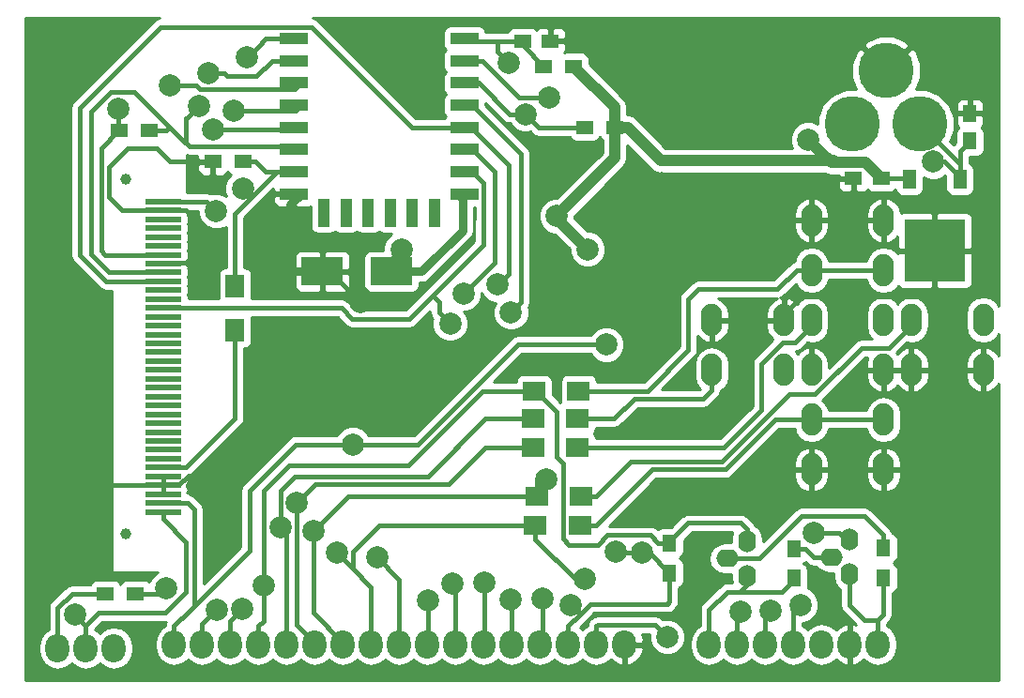
<source format=gbr>
G04 #@! TF.GenerationSoftware,KiCad,Pcbnew,(2017-07-10 revision 2a301d5)-master*
G04 #@! TF.CreationDate,2017-07-19T04:45:36+02:00*
G04 #@! TF.ProjectId,pcb_esp,7063625F6573702E6B696361645F7063,rev?*
G04 #@! TF.SameCoordinates,Original
G04 #@! TF.FileFunction,Copper,L2,Bot,Signal*
G04 #@! TF.FilePolarity,Positive*
%FSLAX46Y46*%
G04 Gerber Fmt 4.6, Leading zero omitted, Abs format (unit mm)*
G04 Created by KiCad (PCBNEW (2017-07-10 revision 2a301d5)-master) date Wed Jul 19 04:45:36 2017*
%MOMM*%
%LPD*%
G01*
G04 APERTURE LIST*
%ADD10R,1.250000X1.500000*%
%ADD11R,1.700000X2.000000*%
%ADD12O,1.600000X2.000000*%
%ADD13O,2.000000X1.600000*%
%ADD14R,3.300000X0.500000*%
%ADD15C,1.000000*%
%ADD16R,2.000000X1.700000*%
%ADD17O,1.900000X2.900000*%
%ADD18O,2.159000X2.540000*%
%ADD19R,1.500000X1.250000*%
%ADD20R,3.750000X2.500000*%
%ADD21C,5.000000*%
%ADD22R,1.500000X1.300000*%
%ADD23R,1.300000X1.500000*%
%ADD24R,1.300480X1.699260*%
%ADD25R,5.499100X5.699760*%
%ADD26R,2.500000X1.100000*%
%ADD27R,1.100000X2.500000*%
%ADD28C,2.000000*%
%ADD29C,0.400000*%
%ADD30C,0.800000*%
%ADD31C,1.000000*%
%ADD32C,0.254000*%
G04 APERTURE END LIST*
D10*
X135300000Y-58750000D03*
X135300000Y-61250000D03*
D11*
X69000000Y-78300001D03*
X69000000Y-74300001D03*
D12*
X115170000Y-100470000D03*
X115170000Y-97330000D03*
D13*
X113400000Y-98900000D03*
D12*
X124400000Y-100340000D03*
X124400000Y-97200000D03*
D13*
X122830000Y-98770000D03*
D14*
X62500000Y-94699999D03*
X62500000Y-93899999D03*
X62500000Y-93099999D03*
X62500000Y-92299999D03*
X62500000Y-91499999D03*
X62500000Y-90699999D03*
X62500000Y-89899999D03*
X62500000Y-89099999D03*
X62500000Y-88299999D03*
X62500000Y-87499999D03*
X62500000Y-86699999D03*
X62500000Y-85899999D03*
X62500000Y-85099999D03*
X62500000Y-84299999D03*
X62500000Y-83499999D03*
X62500000Y-82699999D03*
X62500000Y-81899999D03*
X62500000Y-81099999D03*
X62500000Y-80299999D03*
X62500000Y-79499999D03*
X62500000Y-78699999D03*
X62500000Y-77899999D03*
X62500000Y-77099999D03*
X62500000Y-76299999D03*
X62500000Y-75499999D03*
X62500000Y-74699999D03*
X62500000Y-73899999D03*
X62500000Y-73099999D03*
X62500000Y-72299999D03*
X62500000Y-71499999D03*
X62500000Y-70699999D03*
X62500000Y-69899999D03*
X62500000Y-69099999D03*
X62500000Y-68299999D03*
X62500000Y-67499999D03*
X62500000Y-66699999D03*
D15*
X59150000Y-64699999D03*
X59150000Y-96699999D03*
D16*
X95987250Y-83773704D03*
X99987250Y-83773704D03*
X100100000Y-95900000D03*
X96100000Y-95900000D03*
X95900000Y-86300000D03*
X99900000Y-86300000D03*
X100200000Y-93300000D03*
X96200000Y-93300000D03*
X95900000Y-88900000D03*
X99900000Y-88900000D03*
D17*
X127500000Y-90880000D03*
X121000000Y-90880000D03*
X127500000Y-86380000D03*
X121000000Y-86380000D03*
X118500000Y-81900000D03*
X112000000Y-81900000D03*
X118500000Y-77400000D03*
X112000000Y-77400000D03*
X136500000Y-81880000D03*
X130000000Y-81880000D03*
X136500000Y-77380000D03*
X130000000Y-77380000D03*
X121000000Y-77380000D03*
X127500000Y-77380000D03*
X121000000Y-81880000D03*
X127500000Y-81880000D03*
X121000000Y-68400000D03*
X127500000Y-68400000D03*
X121000000Y-72900000D03*
X127500000Y-72900000D03*
D18*
X104140000Y-106680000D03*
X101600000Y-106680000D03*
X99060000Y-106680000D03*
X96520000Y-106680000D03*
X93980000Y-106680000D03*
X91440000Y-106680000D03*
X88900000Y-106680000D03*
X86360000Y-106680000D03*
X83820000Y-106680000D03*
X81280000Y-106680000D03*
X78740000Y-106680000D03*
X76200000Y-106680000D03*
X73660000Y-106680000D03*
X71120000Y-106680000D03*
X68580000Y-106680000D03*
X66040000Y-106680000D03*
X63500000Y-106680000D03*
D19*
X97450000Y-52200000D03*
X94950000Y-52200000D03*
X127299999Y-64600000D03*
X124799999Y-64600000D03*
D20*
X83125000Y-73000000D03*
X76875000Y-73000000D03*
D18*
X111760000Y-106680000D03*
X114300000Y-106680000D03*
X116840000Y-106680000D03*
X119380000Y-106680000D03*
X121920000Y-106680000D03*
X124460000Y-106680000D03*
X127000000Y-106680000D03*
D21*
X124663200Y-59690000D03*
X127762000Y-54891940D03*
X130761740Y-59690000D03*
D22*
X96850000Y-54500000D03*
X99550000Y-54500000D03*
X103250000Y-60000000D03*
X100550000Y-60000000D03*
D23*
X108200000Y-100200000D03*
X108200000Y-97500000D03*
D22*
X61250000Y-60300000D03*
X58550000Y-60300000D03*
X69700000Y-63100000D03*
X67000000Y-63100000D03*
D23*
X119400000Y-100700000D03*
X119400000Y-98000000D03*
D22*
X60024000Y-102108000D03*
X57324000Y-102108000D03*
D23*
X127500000Y-97950000D03*
X127500000Y-100650000D03*
D18*
X53000000Y-107000000D03*
X55540000Y-107000000D03*
X58080000Y-107000000D03*
D24*
X129814000Y-64679280D03*
X134386000Y-64679280D03*
D25*
X132100000Y-71120720D03*
D26*
X89700000Y-52000000D03*
X89700000Y-54000000D03*
X89700000Y-56000000D03*
X89700000Y-58000000D03*
X89700000Y-60000000D03*
X89700000Y-62000000D03*
X89700000Y-64000000D03*
X89700000Y-66000000D03*
X74300000Y-66000000D03*
X74300000Y-64000000D03*
X74300000Y-62000000D03*
X74300000Y-60000000D03*
X74300000Y-58000000D03*
X74300000Y-56000000D03*
X74300000Y-54000000D03*
X74300000Y-52000000D03*
D27*
X87010000Y-67700000D03*
X85010000Y-67700000D03*
X83010000Y-67700000D03*
X81010000Y-67700000D03*
X79010000Y-67700000D03*
X77010000Y-67700000D03*
D28*
X66800000Y-91400000D03*
X67000000Y-70600000D03*
X81700000Y-79700000D03*
X80300000Y-75800000D03*
X93700000Y-54200000D03*
X102495010Y-79608450D03*
X121200000Y-96600000D03*
X79600000Y-88600000D03*
X132000000Y-63100000D03*
X108000000Y-106000000D03*
X120000000Y-103100000D03*
X58500000Y-58300000D03*
X120700000Y-61100000D03*
X99300000Y-103100000D03*
X54600000Y-104000000D03*
X100800000Y-71000000D03*
X103300000Y-98300000D03*
X105700000Y-98400000D03*
X98000006Y-68000000D03*
X84000000Y-71000000D03*
X67000000Y-60200000D03*
X71600000Y-101300000D03*
X62792868Y-101592868D03*
X63100000Y-56200000D03*
X74590020Y-93867893D03*
X65735084Y-58076474D03*
X69632081Y-103474456D03*
X114605006Y-103695010D03*
X70100000Y-53699998D03*
X100586828Y-100779734D03*
X117300000Y-103600000D03*
X66579377Y-55091840D03*
X97068663Y-91740011D03*
X68855867Y-58504990D03*
X73095010Y-96115288D03*
X95204990Y-58800000D03*
X93900000Y-102600000D03*
X86400000Y-102700000D03*
X89600000Y-75000000D03*
X91500000Y-101100000D03*
X93900000Y-76700000D03*
X96700000Y-102500000D03*
X97300000Y-57300000D03*
X67329977Y-103500000D03*
X92700000Y-74200000D03*
X88600000Y-101200000D03*
X88400000Y-77700000D03*
X81800000Y-98800000D03*
X69700000Y-65500000D03*
X67310000Y-67564000D03*
X78200000Y-98400000D03*
X76085022Y-96416753D03*
D29*
X132100000Y-74370600D02*
X131870600Y-74600000D01*
X120100000Y-75300000D02*
X131170600Y-75300000D01*
X131170600Y-75300000D02*
X131870600Y-74600000D01*
X118500000Y-77400000D02*
X118500000Y-76900000D01*
X118500000Y-76900000D02*
X120100000Y-75300000D01*
X62500000Y-92299999D02*
X55700001Y-92299999D01*
X132100000Y-71120720D02*
X132100000Y-74370600D01*
X118500000Y-76880000D02*
X118500000Y-77380000D01*
X62500000Y-92299999D02*
X62500000Y-93099999D01*
X62500000Y-92299999D02*
X62500000Y-91499999D01*
X66800000Y-91400000D02*
X64799999Y-91400000D01*
X64799999Y-91400000D02*
X63900000Y-92299999D01*
X63900000Y-92299999D02*
X62500000Y-92299999D01*
X65532000Y-70400000D02*
X65532000Y-68481999D01*
X65532000Y-71259001D02*
X65532000Y-70400000D01*
X65532000Y-70400000D02*
X66800000Y-70400000D01*
X66800000Y-70400000D02*
X67000000Y-70600000D01*
X77500000Y-73000000D02*
X80300000Y-75800000D01*
X76875000Y-73000000D02*
X77500000Y-73000000D01*
X67000000Y-63100000D02*
X63100000Y-63100000D01*
X63100000Y-63100000D02*
X61900000Y-61900000D01*
X61900000Y-61900000D02*
X59300000Y-61900000D01*
X57600000Y-66300000D02*
X58799999Y-67499999D01*
X59300000Y-61900000D02*
X57600000Y-63600000D01*
X57600000Y-63600000D02*
X57600000Y-66300000D01*
X58799999Y-67499999D02*
X62500000Y-67499999D01*
X62500000Y-72299999D02*
X62554999Y-72245000D01*
X64546001Y-72245000D02*
X65532000Y-71259001D01*
X62554999Y-72245000D02*
X64546001Y-72245000D01*
X65532000Y-68481999D02*
X64550000Y-67499999D01*
X64550000Y-67499999D02*
X62500000Y-67499999D01*
D30*
X74000000Y-72800000D02*
X74000000Y-67000000D01*
X74000000Y-67000000D02*
X75000000Y-66000000D01*
X76875000Y-73000000D02*
X74200000Y-73000000D01*
X74200000Y-73000000D02*
X74000000Y-72800000D01*
D29*
X70300000Y-92800000D02*
X74500000Y-88600000D01*
X67200000Y-101310000D02*
X70300000Y-98210000D01*
X70300000Y-98210000D02*
X70300000Y-92800000D01*
X63500000Y-105010000D02*
X64910000Y-103600000D01*
X64910000Y-103600000D02*
X67200000Y-101310000D01*
X65300000Y-94499999D02*
X65300000Y-103210000D01*
X65300000Y-103210000D02*
X64910000Y-103600000D01*
X64700000Y-93899999D02*
X62500000Y-93899999D01*
X64700000Y-93899999D02*
X65300000Y-94499999D01*
X79600000Y-88600000D02*
X85508450Y-88600000D01*
X85508450Y-88600000D02*
X94500000Y-79608450D01*
X94500000Y-79608450D02*
X101080797Y-79608450D01*
X101080797Y-79608450D02*
X102495010Y-79608450D01*
X63500000Y-106680000D02*
X63500000Y-105010000D01*
X92800000Y-52200000D02*
X92700001Y-52299999D01*
X92700001Y-53200001D02*
X93700000Y-54200000D01*
X92700001Y-52299999D02*
X92700001Y-53200001D01*
X121200000Y-96600000D02*
X123500000Y-96600000D01*
X123500000Y-96600000D02*
X124400000Y-97500000D01*
X74500000Y-88600000D02*
X78185787Y-88600000D01*
X78185787Y-88600000D02*
X79600000Y-88600000D01*
X94950000Y-52200000D02*
X94950000Y-52600000D01*
X94950000Y-52600000D02*
X96850000Y-54500000D01*
X92800000Y-52200000D02*
X94950000Y-52200000D01*
X89200000Y-52200000D02*
X92800000Y-52200000D01*
X89000000Y-52000000D02*
X89200000Y-52200000D01*
X134386000Y-64479890D02*
X133006110Y-63100000D01*
X134386000Y-64679280D02*
X134386000Y-64479890D01*
X133006110Y-63100000D02*
X132000000Y-63100000D01*
X134386000Y-64679280D02*
X134386000Y-62164000D01*
X134386000Y-62164000D02*
X135300000Y-61250000D01*
X101600000Y-106680000D02*
X101600000Y-105010000D01*
X101600000Y-105010000D02*
X101695010Y-104914990D01*
X101695010Y-104914990D02*
X106914990Y-104914990D01*
X106914990Y-104914990D02*
X107000001Y-105000001D01*
X107000001Y-105000001D02*
X108000000Y-106000000D01*
D31*
X122779999Y-63179999D02*
X122820001Y-63179999D01*
X122820001Y-63179999D02*
X123000000Y-63000000D01*
X125879998Y-63179999D02*
X122779999Y-63179999D01*
X123000000Y-63000000D02*
X107500000Y-63000000D01*
X107400000Y-63000000D02*
X104500000Y-60100000D01*
X104400000Y-60000000D02*
X103250000Y-60000000D01*
D29*
X104500000Y-60100000D02*
X104400000Y-60000000D01*
D31*
X98000006Y-68000000D02*
X98000006Y-68200006D01*
X98000006Y-68200006D02*
X100800000Y-71000000D01*
X103250000Y-60000000D02*
X103250000Y-62750006D01*
X103250000Y-62750006D02*
X98000006Y-68000000D01*
X103250000Y-60000000D02*
X103250000Y-58200000D01*
X103250000Y-58200000D02*
X99550000Y-54500000D01*
X127299999Y-64600000D02*
X125879998Y-63179999D01*
X122779999Y-63179999D02*
X121699999Y-62099999D01*
X121699999Y-62099999D02*
X120700000Y-61100000D01*
D29*
X119380000Y-103720000D02*
X120000000Y-103100000D01*
X119380000Y-106680000D02*
X119380000Y-103720000D01*
X62500000Y-94699999D02*
X62500000Y-95349999D01*
X62500000Y-95349999D02*
X64600000Y-97449999D01*
X64600000Y-97449999D02*
X64600000Y-101900000D01*
X64600000Y-101900000D02*
X62700000Y-103800000D01*
X62700000Y-103800000D02*
X56700000Y-103800000D01*
X56700000Y-103800000D02*
X55540000Y-104960000D01*
X58500000Y-58300000D02*
X58500000Y-60250000D01*
X58500000Y-60250000D02*
X58550000Y-60300000D01*
X99060000Y-105010000D02*
X100100000Y-103970000D01*
X100100000Y-103970000D02*
X101070000Y-103000000D01*
X99300000Y-103100000D02*
X100100000Y-103900000D01*
X100100000Y-103900000D02*
X100100000Y-103970000D01*
X55540000Y-104960000D02*
X55540000Y-104940000D01*
X55540000Y-104940000D02*
X54600000Y-104000000D01*
X105700000Y-98400000D02*
X103400000Y-98400000D01*
X103400000Y-98400000D02*
X103300000Y-98300000D01*
X105700000Y-98400000D02*
X106400000Y-98400000D01*
X106400000Y-98400000D02*
X108200000Y-100200000D01*
X108000000Y-103000000D02*
X108200000Y-102800000D01*
X108200000Y-102800000D02*
X108200000Y-100200000D01*
X101070000Y-103000000D02*
X108000000Y-103000000D01*
X99060000Y-106680000D02*
X99060000Y-105010000D01*
X99060000Y-106489500D02*
X99060000Y-106680000D01*
X134386000Y-64679280D02*
X134386000Y-63314260D01*
X134386000Y-63314260D02*
X130761740Y-59690000D01*
X127299999Y-64600000D02*
X129734720Y-64600000D01*
X129734720Y-64600000D02*
X129814000Y-64679280D01*
X127299999Y-64600000D02*
X127174999Y-64600000D01*
X83125000Y-73000000D02*
X83125000Y-71875000D01*
X83125000Y-71875000D02*
X84000000Y-71000000D01*
X62500000Y-71499999D02*
X57299999Y-71499999D01*
X57299999Y-71499999D02*
X56904991Y-71104991D01*
X56904991Y-71104991D02*
X56904991Y-61845009D01*
X56904991Y-61845009D02*
X58450000Y-60300000D01*
X58450000Y-60300000D02*
X58550000Y-60300000D01*
X55540000Y-104960000D02*
X55540000Y-107000000D01*
D30*
X89500000Y-69300000D02*
X89500000Y-66500000D01*
X89500000Y-66500000D02*
X89000000Y-66000000D01*
X83125000Y-73000000D02*
X85800000Y-73000000D01*
X85800000Y-73000000D02*
X89500000Y-69300000D01*
D29*
X114500000Y-101900000D02*
X118300000Y-101900000D01*
X118300000Y-101900000D02*
X119400000Y-100800000D01*
X119400000Y-100800000D02*
X119400000Y-100700000D01*
X114500000Y-101900000D02*
X115170000Y-101230000D01*
X115170000Y-101230000D02*
X115170000Y-100170000D01*
X113400000Y-101900000D02*
X114500000Y-101900000D01*
X111760000Y-103540000D02*
X113400000Y-101900000D01*
X111760000Y-106680000D02*
X111760000Y-103540000D01*
X115170000Y-100170000D02*
X115700000Y-100700000D01*
X127500000Y-100650000D02*
X127500000Y-103940000D01*
X127500000Y-103940000D02*
X127000000Y-104440000D01*
X124400000Y-100040000D02*
X124400000Y-103100000D01*
X124400000Y-103100000D02*
X125740000Y-104440000D01*
X125740000Y-104440000D02*
X127000000Y-104440000D01*
X127000000Y-104440000D02*
X127000000Y-106680000D01*
X71600000Y-92800000D02*
X71600000Y-99885787D01*
X84591342Y-90500000D02*
X73900000Y-90500000D01*
X95987250Y-83773704D02*
X91317638Y-83773704D01*
X71600000Y-99885787D02*
X71600000Y-101300000D01*
X91317638Y-83773704D02*
X84591342Y-90500000D01*
X73900000Y-90500000D02*
X71600000Y-92800000D01*
X115170000Y-97630000D02*
X115170000Y-96270000D01*
X115170000Y-96270000D02*
X114600000Y-95700000D01*
X114600000Y-95700000D02*
X109900000Y-95700000D01*
X109900000Y-95700000D02*
X108200000Y-97400000D01*
X108200000Y-97400000D02*
X108200000Y-97500000D01*
X71120000Y-106680000D02*
X71120000Y-105010000D01*
X71120000Y-105010000D02*
X71600000Y-104530000D01*
X71600000Y-104530000D02*
X71600000Y-101300000D01*
X106454998Y-96804998D02*
X102582398Y-96804998D01*
X102582398Y-96804998D02*
X101704998Y-97682398D01*
X98000000Y-89741002D02*
X98000000Y-85636454D01*
X98604999Y-90346001D02*
X98000000Y-89741002D01*
X98604999Y-97146001D02*
X98604999Y-90346001D01*
X96137250Y-83773704D02*
X95987250Y-83773704D01*
X101704998Y-97682398D02*
X99141396Y-97682398D01*
X98000000Y-85636454D02*
X96137250Y-83773704D01*
X107150000Y-97500000D02*
X106454998Y-96804998D01*
X99141396Y-97682398D02*
X98604999Y-97146001D01*
X108200000Y-97500000D02*
X107150000Y-97500000D01*
X74800000Y-60200000D02*
X75000000Y-60000000D01*
X67000000Y-60200000D02*
X74800000Y-60200000D01*
X64550000Y-90699999D02*
X62500000Y-90699999D01*
X69000000Y-86249999D02*
X64550000Y-90699999D01*
X69000000Y-78300001D02*
X69000000Y-86249999D01*
X62277736Y-102108000D02*
X62792868Y-101592868D01*
X60024000Y-102108000D02*
X62277736Y-102108000D01*
X53000000Y-105330000D02*
X53000000Y-107000000D01*
X53000000Y-103387396D02*
X53000000Y-105330000D01*
X54279396Y-102108000D02*
X53000000Y-103387396D01*
X57324000Y-102108000D02*
X54279396Y-102108000D01*
X74413158Y-56586842D02*
X65861775Y-56586842D01*
X64514213Y-56200000D02*
X63100000Y-56200000D01*
X65474933Y-56200000D02*
X64514213Y-56200000D01*
X75000000Y-56000000D02*
X74413158Y-56586842D01*
X65861775Y-56586842D02*
X65474933Y-56200000D01*
X91600000Y-88900000D02*
X95900000Y-88900000D01*
X88300000Y-92200000D02*
X76257913Y-92200000D01*
X76257913Y-92200000D02*
X74590020Y-93867893D01*
X91600000Y-88900000D02*
X88300000Y-92200000D01*
X74590020Y-95282106D02*
X74590020Y-93867893D01*
X74590020Y-104879520D02*
X74590020Y-95282106D01*
X76200000Y-106489500D02*
X74590020Y-104879520D01*
X76200000Y-106680000D02*
X76200000Y-106489500D01*
X95900000Y-86300000D02*
X91600000Y-86300000D01*
X91600000Y-86300000D02*
X86400000Y-91500000D01*
X86400000Y-91500000D02*
X74400000Y-91500000D01*
X74400000Y-91500000D02*
X73095010Y-92804990D01*
X73095010Y-92804990D02*
X73095010Y-96115288D01*
X90990777Y-56000000D02*
X93790777Y-58800000D01*
X89000000Y-56000000D02*
X90990777Y-56000000D01*
X93790777Y-58800000D02*
X95204990Y-58800000D01*
X95204990Y-58800000D02*
X96404990Y-60000000D01*
X96404990Y-60000000D02*
X100550000Y-60000000D01*
X89000000Y-62000000D02*
X90391002Y-62000000D01*
X90391002Y-62000000D02*
X92400000Y-64008998D01*
X92400000Y-64008998D02*
X92400000Y-72200000D01*
X92400000Y-72200000D02*
X90599999Y-74000001D01*
X90599999Y-74000001D02*
X89600000Y-75000000D01*
X89000000Y-58000000D02*
X90391002Y-58000000D01*
X94800000Y-62408998D02*
X94800000Y-75800000D01*
X90391002Y-58000000D02*
X94800000Y-62408998D01*
X94800000Y-75800000D02*
X93900000Y-76700000D01*
X94587398Y-57300000D02*
X95885787Y-57300000D01*
X89000000Y-54000000D02*
X91287398Y-54000000D01*
X91287398Y-54000000D02*
X94587398Y-57300000D01*
X95885787Y-57300000D02*
X97300000Y-57300000D01*
X59904999Y-56804999D02*
X63100000Y-60000000D01*
X57782399Y-56804999D02*
X59904999Y-56804999D01*
X56000000Y-58587398D02*
X57782399Y-56804999D01*
X62500000Y-73099999D02*
X57617106Y-73099999D01*
X56000000Y-71482893D02*
X56000000Y-58587398D01*
X57617106Y-73099999D02*
X56000000Y-71482893D01*
X64600000Y-59211558D02*
X64735085Y-59076473D01*
X64600000Y-61400000D02*
X64600000Y-59211558D01*
X64735085Y-59076473D02*
X65735084Y-58076474D01*
X62500000Y-73899999D02*
X57399999Y-73899999D01*
X57399999Y-73899999D02*
X55000000Y-71500000D01*
X75946001Y-50954999D02*
X84991002Y-60000000D01*
X55000000Y-71500000D02*
X55000000Y-58208998D01*
X55000000Y-58208998D02*
X62253999Y-50954999D01*
X62253999Y-50954999D02*
X75946001Y-50954999D01*
X84991002Y-60000000D02*
X89000000Y-60000000D01*
X92700000Y-74200000D02*
X93699999Y-73200001D01*
X93699999Y-73200001D02*
X93699999Y-63399999D01*
X93699999Y-63399999D02*
X90300000Y-60000000D01*
X90300000Y-60000000D02*
X89000000Y-60000000D01*
X64550000Y-76299999D02*
X62500000Y-76299999D01*
X79582398Y-77295002D02*
X78587395Y-76299999D01*
X78587395Y-76299999D02*
X64550000Y-76299999D01*
X86800000Y-75200000D02*
X84704998Y-77295002D01*
X84704998Y-77295002D02*
X79582398Y-77295002D01*
X91419966Y-68418753D02*
X91419966Y-70580034D01*
X91419966Y-70580034D02*
X86800000Y-75200000D01*
X91445001Y-68393718D02*
X91419966Y-68418753D01*
X91445001Y-65053999D02*
X91445001Y-68393718D01*
X89000000Y-64000000D02*
X90391002Y-64000000D01*
X90391002Y-64000000D02*
X91445001Y-65053999D01*
X68632082Y-104474455D02*
X69632081Y-103474456D01*
X68580000Y-104526537D02*
X68632082Y-104474455D01*
X68580000Y-106680000D02*
X68580000Y-104526537D01*
X114300000Y-104000016D02*
X114605006Y-103695010D01*
X114300000Y-106680000D02*
X114300000Y-104000016D01*
X96100000Y-95900000D02*
X82000000Y-95900000D01*
X82000000Y-95900000D02*
X79600000Y-98300000D01*
X79600000Y-98300000D02*
X79600000Y-99800000D01*
X71799998Y-52000000D02*
X71099999Y-52699999D01*
X75000000Y-52000000D02*
X71799998Y-52000000D01*
X71099999Y-52699999D02*
X70100000Y-53699998D01*
X96100000Y-97150000D02*
X99729734Y-100779734D01*
X96100000Y-95900000D02*
X96100000Y-97150000D01*
X99729734Y-100779734D02*
X100586828Y-100779734D01*
X116840000Y-104060000D02*
X117300000Y-103600000D01*
X116840000Y-106680000D02*
X116840000Y-104060000D01*
X68296751Y-55395001D02*
X67993590Y-55091840D01*
X67993590Y-55091840D02*
X66579377Y-55091840D01*
X75000000Y-54000000D02*
X72312602Y-54000000D01*
X70917601Y-55395001D02*
X68296751Y-55395001D01*
X72312602Y-54000000D02*
X70917601Y-55395001D01*
X96200000Y-92050000D02*
X96509989Y-91740011D01*
X96200000Y-93300000D02*
X96200000Y-92050000D01*
X96509989Y-91740011D02*
X97068663Y-91740011D01*
X96200000Y-93300000D02*
X79201775Y-93300000D01*
X79201775Y-93300000D02*
X76085022Y-96416753D01*
X113400000Y-98900000D02*
X116270000Y-98900000D01*
X127500000Y-96800000D02*
X127500000Y-97950000D01*
X116270000Y-98900000D02*
X120065001Y-95104999D01*
X120065001Y-95104999D02*
X125804999Y-95104999D01*
X125804999Y-95104999D02*
X127500000Y-96800000D01*
X99900000Y-88900000D02*
X113100000Y-88900000D01*
X113100000Y-88900000D02*
X116500000Y-85500000D01*
X116500000Y-85500000D02*
X116500000Y-81336448D01*
X116500000Y-81336448D02*
X118436448Y-79400000D01*
X118436448Y-79400000D02*
X119480000Y-79400000D01*
X119480000Y-79400000D02*
X121000000Y-77880000D01*
X121000000Y-77880000D02*
X121000000Y-77380000D01*
X74495010Y-58504990D02*
X70270080Y-58504990D01*
X75000000Y-58000000D02*
X74495010Y-58504990D01*
X70270080Y-58504990D02*
X68855867Y-58504990D01*
X73660000Y-106680000D02*
X73660000Y-96680278D01*
X73660000Y-96680278D02*
X73095010Y-96115288D01*
X127945010Y-79934990D02*
X130000000Y-77880000D01*
X125488562Y-79934990D02*
X127945010Y-79934990D01*
X119017107Y-84100000D02*
X121323552Y-84100000D01*
X112932118Y-90184989D02*
X119017107Y-84100000D01*
X104715011Y-90184989D02*
X112932118Y-90184989D01*
X101600000Y-93300000D02*
X104715011Y-90184989D01*
X121323552Y-84100000D02*
X125488562Y-79934990D01*
X100200000Y-93300000D02*
X101600000Y-93300000D01*
X130000000Y-77880000D02*
X130000000Y-77380000D01*
X121000000Y-86380000D02*
X117720000Y-86380000D01*
X101600000Y-95900000D02*
X100100000Y-95900000D01*
X117720000Y-86380000D02*
X113220000Y-90880000D01*
X113220000Y-90880000D02*
X106620000Y-90880000D01*
X106620000Y-90880000D02*
X101600000Y-95900000D01*
X121000000Y-86380000D02*
X127500000Y-86380000D01*
X111230000Y-84500000D02*
X112000000Y-83730000D01*
X103200000Y-86300000D02*
X105000000Y-84500000D01*
X105000000Y-84500000D02*
X111230000Y-84500000D01*
X99900000Y-86300000D02*
X103200000Y-86300000D01*
X112000000Y-83730000D02*
X112000000Y-81880000D01*
X93980000Y-106680000D02*
X93980000Y-102680000D01*
X93980000Y-102680000D02*
X93900000Y-102600000D01*
X89000000Y-56000000D02*
X90391002Y-56000000D01*
X86400000Y-102700000D02*
X86400000Y-106640000D01*
X86400000Y-106640000D02*
X86360000Y-106680000D01*
X91500000Y-101100000D02*
X91500000Y-106620000D01*
X91500000Y-106620000D02*
X91440000Y-106680000D01*
X91440000Y-106680000D02*
X91440000Y-106489500D01*
X96700000Y-102500000D02*
X96700000Y-106500000D01*
X96700000Y-106500000D02*
X96520000Y-106680000D01*
X90700000Y-54000000D02*
X89000000Y-54000000D01*
X96520000Y-106680000D02*
X96520000Y-106489500D01*
X74695001Y-61695001D02*
X75000000Y-62000000D01*
X64600000Y-61400000D02*
X64895001Y-61695001D01*
X64895001Y-61695001D02*
X74695001Y-61695001D01*
X63100000Y-60000000D02*
X64500000Y-61400000D01*
X62800000Y-60300000D02*
X63100000Y-60000000D01*
X61250000Y-60300000D02*
X62800000Y-60300000D01*
X64500000Y-61400000D02*
X64600000Y-61400000D01*
X66040000Y-106680000D02*
X66040000Y-104789977D01*
X66040000Y-104789977D02*
X66329978Y-104499999D01*
X66329978Y-104499999D02*
X67329977Y-103500000D01*
X88900000Y-106680000D02*
X88900000Y-101500000D01*
X88900000Y-101500000D02*
X88600000Y-101200000D01*
X89000000Y-60000000D02*
X90391002Y-60000000D01*
X88400000Y-77700000D02*
X87400001Y-76700001D01*
X87400001Y-76700001D02*
X87400001Y-75800001D01*
X87400001Y-75800001D02*
X86800000Y-75200000D01*
X83820000Y-106680000D02*
X83820000Y-100820000D01*
X83820000Y-100820000D02*
X81800000Y-98800000D01*
X69700000Y-63100000D02*
X70850000Y-63100000D01*
X70850000Y-63100000D02*
X71750000Y-64000000D01*
X71750000Y-64000000D02*
X75000000Y-64000000D01*
X69000000Y-67800000D02*
X70500000Y-66300000D01*
X70500000Y-66300000D02*
X72800000Y-64000000D01*
X69700000Y-65500000D02*
X70500000Y-66300000D01*
X72800000Y-64000000D02*
X75000000Y-64000000D01*
X69000000Y-74300001D02*
X69000000Y-67800000D01*
X66445999Y-66699999D02*
X67310000Y-67564000D01*
X66445999Y-66699999D02*
X62500000Y-66699999D01*
X75000000Y-64000000D02*
X73773894Y-64000000D01*
X78200000Y-98400000D02*
X79600000Y-99800000D01*
X79600000Y-99800000D02*
X81280000Y-101480000D01*
X81280000Y-101480000D02*
X81280000Y-106680000D01*
X76085022Y-103834522D02*
X76085022Y-97830966D01*
X78740000Y-106680000D02*
X78740000Y-106489500D01*
X76085022Y-97830966D02*
X76085022Y-96416753D01*
X78740000Y-106489500D02*
X76085022Y-103834522D01*
X119400000Y-98000000D02*
X120450000Y-98000000D01*
X120450000Y-98000000D02*
X121220000Y-98770000D01*
X121220000Y-98770000D02*
X123130000Y-98770000D01*
X121000000Y-72900000D02*
X127500000Y-72900000D01*
X99987250Y-83773704D02*
X106226296Y-83773704D01*
X106226296Y-83773704D02*
X109900000Y-80100000D01*
X109900000Y-80100000D02*
X109900000Y-75500000D01*
X109900000Y-75500000D02*
X110800000Y-74600000D01*
X110800000Y-74600000D02*
X117930000Y-74600000D01*
X117930000Y-74600000D02*
X119650000Y-72880000D01*
X119650000Y-72880000D02*
X121000000Y-72880000D01*
D32*
G36*
X61934459Y-50183559D02*
X61663565Y-50364565D01*
X54409566Y-57618564D01*
X54228561Y-57889457D01*
X54165000Y-58208998D01*
X54165000Y-71500000D01*
X54228561Y-71819541D01*
X54409565Y-72090433D01*
X56809565Y-74490433D01*
X57080458Y-74671438D01*
X57399999Y-74734999D01*
X57873000Y-74734999D01*
X57873000Y-100000000D01*
X57882667Y-100048601D01*
X57910197Y-100089803D01*
X57951399Y-100117333D01*
X58000000Y-100127000D01*
X62059056Y-100127000D01*
X61867925Y-100205974D01*
X61407590Y-100665505D01*
X61254510Y-101034165D01*
X61231809Y-101000191D01*
X61021765Y-100859843D01*
X60774000Y-100810560D01*
X59274000Y-100810560D01*
X59026235Y-100859843D01*
X58816191Y-101000191D01*
X58675843Y-101210235D01*
X58674000Y-101219500D01*
X58672157Y-101210235D01*
X58531809Y-101000191D01*
X58321765Y-100859843D01*
X58074000Y-100810560D01*
X56574000Y-100810560D01*
X56326235Y-100859843D01*
X56116191Y-101000191D01*
X55975843Y-101210235D01*
X55963358Y-101273000D01*
X54279396Y-101273000D01*
X53959855Y-101336561D01*
X53715251Y-101500000D01*
X53688962Y-101517566D01*
X52409566Y-102796962D01*
X52228561Y-103067855D01*
X52165000Y-103387396D01*
X52165000Y-105307717D01*
X51787665Y-105559844D01*
X51416009Y-106116068D01*
X51285500Y-106772179D01*
X51285500Y-107227821D01*
X51416009Y-107883932D01*
X51787665Y-108440156D01*
X52343889Y-108811812D01*
X53000000Y-108942321D01*
X53656111Y-108811812D01*
X54212335Y-108440156D01*
X54270000Y-108353854D01*
X54327665Y-108440156D01*
X54883889Y-108811812D01*
X55540000Y-108942321D01*
X56196111Y-108811812D01*
X56752335Y-108440156D01*
X56810000Y-108353854D01*
X56867665Y-108440156D01*
X57423889Y-108811812D01*
X58080000Y-108942321D01*
X58736111Y-108811812D01*
X59292335Y-108440156D01*
X59663991Y-107883932D01*
X59794500Y-107227821D01*
X59794500Y-106772179D01*
X59663991Y-106116068D01*
X59292335Y-105559844D01*
X58736111Y-105188188D01*
X58080000Y-105057679D01*
X57423889Y-105188188D01*
X56867665Y-105559844D01*
X56810000Y-105646146D01*
X56752335Y-105559844D01*
X56375000Y-105307717D01*
X56375000Y-105305868D01*
X57045868Y-104635000D01*
X62700000Y-104635000D01*
X62775676Y-104619947D01*
X62728561Y-104690459D01*
X62670112Y-104984302D01*
X62287665Y-105239844D01*
X61916009Y-105796068D01*
X61785500Y-106452179D01*
X61785500Y-106907821D01*
X61916009Y-107563932D01*
X62287665Y-108120156D01*
X62843889Y-108491812D01*
X63500000Y-108622321D01*
X64156111Y-108491812D01*
X64712335Y-108120156D01*
X64770000Y-108033854D01*
X64827665Y-108120156D01*
X65383889Y-108491812D01*
X66040000Y-108622321D01*
X66696111Y-108491812D01*
X67252335Y-108120156D01*
X67310000Y-108033854D01*
X67367665Y-108120156D01*
X67923889Y-108491812D01*
X68580000Y-108622321D01*
X69236111Y-108491812D01*
X69792335Y-108120156D01*
X69850000Y-108033854D01*
X69907665Y-108120156D01*
X70463889Y-108491812D01*
X71120000Y-108622321D01*
X71776111Y-108491812D01*
X72332335Y-108120156D01*
X72390000Y-108033854D01*
X72447665Y-108120156D01*
X73003889Y-108491812D01*
X73660000Y-108622321D01*
X74316111Y-108491812D01*
X74872335Y-108120156D01*
X74930000Y-108033854D01*
X74987665Y-108120156D01*
X75543889Y-108491812D01*
X76200000Y-108622321D01*
X76856111Y-108491812D01*
X77412335Y-108120156D01*
X77470000Y-108033854D01*
X77527665Y-108120156D01*
X78083889Y-108491812D01*
X78740000Y-108622321D01*
X79396111Y-108491812D01*
X79952335Y-108120156D01*
X80010000Y-108033854D01*
X80067665Y-108120156D01*
X80623889Y-108491812D01*
X81280000Y-108622321D01*
X81936111Y-108491812D01*
X82492335Y-108120156D01*
X82550000Y-108033854D01*
X82607665Y-108120156D01*
X83163889Y-108491812D01*
X83820000Y-108622321D01*
X84476111Y-108491812D01*
X85032335Y-108120156D01*
X85090000Y-108033854D01*
X85147665Y-108120156D01*
X85703889Y-108491812D01*
X86360000Y-108622321D01*
X87016111Y-108491812D01*
X87572335Y-108120156D01*
X87630000Y-108033854D01*
X87687665Y-108120156D01*
X88243889Y-108491812D01*
X88900000Y-108622321D01*
X89556111Y-108491812D01*
X90112335Y-108120156D01*
X90170000Y-108033854D01*
X90227665Y-108120156D01*
X90783889Y-108491812D01*
X91440000Y-108622321D01*
X92096111Y-108491812D01*
X92652335Y-108120156D01*
X92710000Y-108033854D01*
X92767665Y-108120156D01*
X93323889Y-108491812D01*
X93980000Y-108622321D01*
X94636111Y-108491812D01*
X95192335Y-108120156D01*
X95250000Y-108033854D01*
X95307665Y-108120156D01*
X95863889Y-108491812D01*
X96520000Y-108622321D01*
X97176111Y-108491812D01*
X97732335Y-108120156D01*
X97790000Y-108033854D01*
X97847665Y-108120156D01*
X98403889Y-108491812D01*
X99060000Y-108622321D01*
X99716111Y-108491812D01*
X100272335Y-108120156D01*
X100330000Y-108033854D01*
X100387665Y-108120156D01*
X100943889Y-108491812D01*
X101600000Y-108622321D01*
X102256111Y-108491812D01*
X102812335Y-108120156D01*
X102890986Y-108002447D01*
X103079491Y-108222133D01*
X103677465Y-108525085D01*
X103747093Y-108539372D01*
X104013000Y-108421058D01*
X104013000Y-106807000D01*
X104267000Y-106807000D01*
X104267000Y-108421058D01*
X104532907Y-108539372D01*
X104602535Y-108525085D01*
X105200509Y-108222133D01*
X105637030Y-107713407D01*
X105845642Y-107076356D01*
X105698096Y-106807000D01*
X104267000Y-106807000D01*
X104013000Y-106807000D01*
X103993000Y-106807000D01*
X103993000Y-106553000D01*
X104013000Y-106553000D01*
X104013000Y-106533000D01*
X104267000Y-106533000D01*
X104267000Y-106553000D01*
X105698096Y-106553000D01*
X105845642Y-106283644D01*
X105670889Y-105749990D01*
X106365217Y-105749990D01*
X106364716Y-106323795D01*
X106613106Y-106924943D01*
X107072637Y-107385278D01*
X107673352Y-107634716D01*
X108323795Y-107635284D01*
X108924943Y-107386894D01*
X109385278Y-106927363D01*
X109634716Y-106326648D01*
X109635284Y-105676205D01*
X109386894Y-105075057D01*
X108927363Y-104614722D01*
X108326648Y-104365284D01*
X107676205Y-104364716D01*
X107583775Y-104402907D01*
X107505424Y-104324556D01*
X107408122Y-104259541D01*
X107234531Y-104143551D01*
X106914990Y-104079990D01*
X101695010Y-104079990D01*
X101375469Y-104143551D01*
X101201878Y-104259541D01*
X101104576Y-104324556D01*
X101009566Y-104419566D01*
X100828561Y-104690459D01*
X100770112Y-104984302D01*
X100387665Y-105239844D01*
X100330000Y-105326146D01*
X100272335Y-105239844D01*
X100115690Y-105135178D01*
X101415868Y-103835000D01*
X108000000Y-103835000D01*
X108319541Y-103771439D01*
X108590434Y-103590434D01*
X108790434Y-103390434D01*
X108971440Y-103119540D01*
X109035000Y-102800000D01*
X109035000Y-101560642D01*
X109097765Y-101548157D01*
X109307809Y-101407809D01*
X109448157Y-101197765D01*
X109497440Y-100950000D01*
X109497440Y-99450000D01*
X109448157Y-99202235D01*
X109307809Y-98992191D01*
X109097765Y-98851843D01*
X109088500Y-98850000D01*
X109097765Y-98848157D01*
X109307809Y-98707809D01*
X109448157Y-98497765D01*
X109497440Y-98250000D01*
X109497440Y-97283428D01*
X110245868Y-96535000D01*
X113853465Y-96535000D01*
X113844233Y-96548817D01*
X113735000Y-97097968D01*
X113735000Y-97485482D01*
X113632032Y-97465000D01*
X113167968Y-97465000D01*
X112618817Y-97574233D01*
X112153270Y-97885302D01*
X111842201Y-98350849D01*
X111732968Y-98900000D01*
X111842201Y-99449151D01*
X112153270Y-99914698D01*
X112618817Y-100225767D01*
X113167968Y-100335000D01*
X113632032Y-100335000D01*
X113735000Y-100314518D01*
X113735000Y-100702032D01*
X113807199Y-101065000D01*
X113400000Y-101065000D01*
X113080459Y-101128561D01*
X112874438Y-101266220D01*
X112809566Y-101309566D01*
X111169566Y-102949566D01*
X110988561Y-103220459D01*
X110925000Y-103540000D01*
X110925000Y-104987717D01*
X110547665Y-105239844D01*
X110176009Y-105796068D01*
X110045500Y-106452179D01*
X110045500Y-106907821D01*
X110176009Y-107563932D01*
X110547665Y-108120156D01*
X111103889Y-108491812D01*
X111760000Y-108622321D01*
X112416111Y-108491812D01*
X112972335Y-108120156D01*
X113030000Y-108033854D01*
X113087665Y-108120156D01*
X113643889Y-108491812D01*
X114300000Y-108622321D01*
X114956111Y-108491812D01*
X115512335Y-108120156D01*
X115570000Y-108033854D01*
X115627665Y-108120156D01*
X116183889Y-108491812D01*
X116840000Y-108622321D01*
X117496111Y-108491812D01*
X118052335Y-108120156D01*
X118110000Y-108033854D01*
X118167665Y-108120156D01*
X118723889Y-108491812D01*
X119380000Y-108622321D01*
X120036111Y-108491812D01*
X120592335Y-108120156D01*
X120650000Y-108033854D01*
X120707665Y-108120156D01*
X121263889Y-108491812D01*
X121920000Y-108622321D01*
X122576111Y-108491812D01*
X123132335Y-108120156D01*
X123210986Y-108002447D01*
X123399491Y-108222133D01*
X123997465Y-108525085D01*
X124067093Y-108539372D01*
X124333000Y-108421058D01*
X124333000Y-106807000D01*
X124313000Y-106807000D01*
X124313000Y-106553000D01*
X124333000Y-106553000D01*
X124333000Y-104938942D01*
X124067093Y-104820628D01*
X123997465Y-104834915D01*
X123399491Y-105137867D01*
X123210986Y-105357553D01*
X123132335Y-105239844D01*
X122576111Y-104868188D01*
X121920000Y-104737679D01*
X121263889Y-104868188D01*
X120707665Y-105239844D01*
X120650000Y-105326146D01*
X120592335Y-105239844D01*
X120215000Y-104987717D01*
X120215000Y-104735189D01*
X120323795Y-104735284D01*
X120924943Y-104486894D01*
X121385278Y-104027363D01*
X121634716Y-103426648D01*
X121635284Y-102776205D01*
X121386894Y-102175057D01*
X120927363Y-101714722D01*
X120666343Y-101606337D01*
X120697440Y-101450000D01*
X120697440Y-99950000D01*
X120648157Y-99702235D01*
X120507809Y-99492191D01*
X120297765Y-99351843D01*
X120288500Y-99350000D01*
X120297765Y-99348157D01*
X120489305Y-99220173D01*
X120629566Y-99360434D01*
X120900459Y-99541439D01*
X121220000Y-99605000D01*
X121463199Y-99605000D01*
X121583270Y-99784698D01*
X122048817Y-100095767D01*
X122597968Y-100205000D01*
X122965000Y-100205000D01*
X122965000Y-100572032D01*
X123074233Y-101121183D01*
X123385302Y-101586730D01*
X123565000Y-101706801D01*
X123565000Y-103100000D01*
X123628561Y-103419541D01*
X123802902Y-103680460D01*
X123809566Y-103690434D01*
X124986406Y-104867274D01*
X124922535Y-104834915D01*
X124852907Y-104820628D01*
X124587000Y-104938942D01*
X124587000Y-106553000D01*
X124607000Y-106553000D01*
X124607000Y-106807000D01*
X124587000Y-106807000D01*
X124587000Y-108421058D01*
X124852907Y-108539372D01*
X124922535Y-108525085D01*
X125520509Y-108222133D01*
X125709014Y-108002447D01*
X125787665Y-108120156D01*
X126343889Y-108491812D01*
X127000000Y-108622321D01*
X127656111Y-108491812D01*
X128212335Y-108120156D01*
X128583991Y-107563932D01*
X128714500Y-106907821D01*
X128714500Y-106452179D01*
X128583991Y-105796068D01*
X128212335Y-105239844D01*
X127835000Y-104987717D01*
X127835000Y-104785868D01*
X128090434Y-104530434D01*
X128271440Y-104259540D01*
X128335000Y-103940000D01*
X128335000Y-102010642D01*
X128397765Y-101998157D01*
X128607809Y-101857809D01*
X128748157Y-101647765D01*
X128797440Y-101400000D01*
X128797440Y-99900000D01*
X128748157Y-99652235D01*
X128607809Y-99442191D01*
X128397765Y-99301843D01*
X128388500Y-99300000D01*
X128397765Y-99298157D01*
X128607809Y-99157809D01*
X128748157Y-98947765D01*
X128797440Y-98700000D01*
X128797440Y-97200000D01*
X128748157Y-96952235D01*
X128607809Y-96742191D01*
X128397765Y-96601843D01*
X128291374Y-96580681D01*
X128271439Y-96480459D01*
X128090434Y-96209566D01*
X126395433Y-94514565D01*
X126298803Y-94449999D01*
X126124540Y-94333560D01*
X125804999Y-94269999D01*
X120065001Y-94269999D01*
X119745460Y-94333560D01*
X119571197Y-94449999D01*
X119474567Y-94514565D01*
X116605000Y-97384132D01*
X116605000Y-97097968D01*
X116495767Y-96548817D01*
X116184698Y-96083270D01*
X115905552Y-95896751D01*
X115760434Y-95679566D01*
X115190434Y-95109566D01*
X115101287Y-95050000D01*
X114919541Y-94928561D01*
X114600000Y-94865000D01*
X109900000Y-94865000D01*
X109580459Y-94928561D01*
X109398713Y-95050000D01*
X109309566Y-95109566D01*
X108316572Y-96102560D01*
X107550000Y-96102560D01*
X107302235Y-96151843D01*
X107110695Y-96279827D01*
X107045432Y-96214564D01*
X106906059Y-96121438D01*
X106774539Y-96033559D01*
X106454998Y-95969998D01*
X102710870Y-95969998D01*
X106965868Y-91715000D01*
X113220000Y-91715000D01*
X113539541Y-91651439D01*
X113810434Y-91470434D01*
X114273868Y-91007000D01*
X119415000Y-91007000D01*
X119415000Y-91507000D01*
X119584252Y-92103886D01*
X119969039Y-92590567D01*
X120510780Y-92892950D01*
X120627412Y-92920586D01*
X120873000Y-92800584D01*
X120873000Y-91007000D01*
X121127000Y-91007000D01*
X121127000Y-92800584D01*
X121372588Y-92920586D01*
X121489220Y-92892950D01*
X122030961Y-92590567D01*
X122415748Y-92103886D01*
X122585000Y-91507000D01*
X122585000Y-91007000D01*
X125915000Y-91007000D01*
X125915000Y-91507000D01*
X126084252Y-92103886D01*
X126469039Y-92590567D01*
X127010780Y-92892950D01*
X127127412Y-92920586D01*
X127373000Y-92800584D01*
X127373000Y-91007000D01*
X127627000Y-91007000D01*
X127627000Y-92800584D01*
X127872588Y-92920586D01*
X127989220Y-92892950D01*
X128530961Y-92590567D01*
X128915748Y-92103886D01*
X129085000Y-91507000D01*
X129085000Y-91007000D01*
X127627000Y-91007000D01*
X127373000Y-91007000D01*
X125915000Y-91007000D01*
X122585000Y-91007000D01*
X121127000Y-91007000D01*
X120873000Y-91007000D01*
X119415000Y-91007000D01*
X114273868Y-91007000D01*
X115027868Y-90253000D01*
X119415000Y-90253000D01*
X119415000Y-90753000D01*
X120873000Y-90753000D01*
X120873000Y-88959416D01*
X121127000Y-88959416D01*
X121127000Y-90753000D01*
X122585000Y-90753000D01*
X122585000Y-90253000D01*
X125915000Y-90253000D01*
X125915000Y-90753000D01*
X127373000Y-90753000D01*
X127373000Y-88959416D01*
X127627000Y-88959416D01*
X127627000Y-90753000D01*
X129085000Y-90753000D01*
X129085000Y-90253000D01*
X128915748Y-89656114D01*
X128530961Y-89169433D01*
X127989220Y-88867050D01*
X127872588Y-88839414D01*
X127627000Y-88959416D01*
X127373000Y-88959416D01*
X127127412Y-88839414D01*
X127010780Y-88867050D01*
X126469039Y-89169433D01*
X126084252Y-89656114D01*
X125915000Y-90253000D01*
X122585000Y-90253000D01*
X122415748Y-89656114D01*
X122030961Y-89169433D01*
X121489220Y-88867050D01*
X121372588Y-88839414D01*
X121127000Y-88959416D01*
X120873000Y-88959416D01*
X120627412Y-88839414D01*
X120510780Y-88867050D01*
X119969039Y-89169433D01*
X119584252Y-89656114D01*
X119415000Y-90253000D01*
X115027868Y-90253000D01*
X118065868Y-87215000D01*
X119473511Y-87215000D01*
X119535651Y-87527401D01*
X119879236Y-88041612D01*
X120393447Y-88385197D01*
X121000000Y-88505848D01*
X121606553Y-88385197D01*
X122120764Y-88041612D01*
X122464349Y-87527401D01*
X122526489Y-87215000D01*
X125973511Y-87215000D01*
X126035651Y-87527401D01*
X126379236Y-88041612D01*
X126893447Y-88385197D01*
X127500000Y-88505848D01*
X128106553Y-88385197D01*
X128620764Y-88041612D01*
X128964349Y-87527401D01*
X129085000Y-86920848D01*
X129085000Y-85839152D01*
X128964349Y-85232599D01*
X128620764Y-84718388D01*
X128106553Y-84374803D01*
X127500000Y-84254152D01*
X126893447Y-84374803D01*
X126379236Y-84718388D01*
X126035651Y-85232599D01*
X125973511Y-85545000D01*
X122526489Y-85545000D01*
X122464349Y-85232599D01*
X122120764Y-84718388D01*
X121980052Y-84624368D01*
X124597420Y-82007000D01*
X125915000Y-82007000D01*
X125915000Y-82507000D01*
X126084252Y-83103886D01*
X126469039Y-83590567D01*
X127010780Y-83892950D01*
X127127412Y-83920586D01*
X127373000Y-83800584D01*
X127373000Y-82007000D01*
X127627000Y-82007000D01*
X127627000Y-83800584D01*
X127872588Y-83920586D01*
X127989220Y-83892950D01*
X128530961Y-83590567D01*
X128750000Y-83313525D01*
X128969039Y-83590567D01*
X129510780Y-83892950D01*
X129627412Y-83920586D01*
X129873000Y-83800584D01*
X129873000Y-82007000D01*
X130127000Y-82007000D01*
X130127000Y-83800584D01*
X130372588Y-83920586D01*
X130489220Y-83892950D01*
X131030961Y-83590567D01*
X131415748Y-83103886D01*
X131585000Y-82507000D01*
X131585000Y-82007000D01*
X134915000Y-82007000D01*
X134915000Y-82507000D01*
X135084252Y-83103886D01*
X135469039Y-83590567D01*
X136010780Y-83892950D01*
X136127412Y-83920586D01*
X136373000Y-83800584D01*
X136373000Y-82007000D01*
X134915000Y-82007000D01*
X131585000Y-82007000D01*
X130127000Y-82007000D01*
X129873000Y-82007000D01*
X127627000Y-82007000D01*
X127373000Y-82007000D01*
X125915000Y-82007000D01*
X124597420Y-82007000D01*
X125834430Y-80769990D01*
X126051962Y-80769990D01*
X125915000Y-81253000D01*
X125915000Y-81753000D01*
X127373000Y-81753000D01*
X127373000Y-81733000D01*
X127627000Y-81733000D01*
X127627000Y-81753000D01*
X129873000Y-81753000D01*
X129873000Y-79959416D01*
X130127000Y-79959416D01*
X130127000Y-81753000D01*
X131585000Y-81753000D01*
X131585000Y-81253000D01*
X134915000Y-81253000D01*
X134915000Y-81753000D01*
X136373000Y-81753000D01*
X136373000Y-79959416D01*
X136127412Y-79839414D01*
X136010780Y-79867050D01*
X135469039Y-80169433D01*
X135084252Y-80656114D01*
X134915000Y-81253000D01*
X131585000Y-81253000D01*
X131415748Y-80656114D01*
X131030961Y-80169433D01*
X130489220Y-79867050D01*
X130372588Y-79839414D01*
X130127000Y-79959416D01*
X129873000Y-79959416D01*
X129627412Y-79839414D01*
X129510780Y-79867050D01*
X128969039Y-80169433D01*
X128750000Y-80446475D01*
X128690124Y-80370744D01*
X129628847Y-79432021D01*
X130000000Y-79505848D01*
X130606553Y-79385197D01*
X131120764Y-79041612D01*
X131464349Y-78527401D01*
X131585000Y-77920848D01*
X131585000Y-76839152D01*
X131464349Y-76232599D01*
X131120764Y-75718388D01*
X130606553Y-75374803D01*
X130000000Y-75254152D01*
X129393447Y-75374803D01*
X128879236Y-75718388D01*
X128750000Y-75911803D01*
X128620764Y-75718388D01*
X128106553Y-75374803D01*
X127500000Y-75254152D01*
X126893447Y-75374803D01*
X126379236Y-75718388D01*
X126035651Y-76232599D01*
X125915000Y-76839152D01*
X125915000Y-77920848D01*
X126035651Y-78527401D01*
X126379236Y-79041612D01*
X126466605Y-79099990D01*
X125488562Y-79099990D01*
X125169022Y-79163550D01*
X124898128Y-79344556D01*
X122585000Y-81657684D01*
X122585000Y-81253000D01*
X122415748Y-80656114D01*
X122030961Y-80169433D01*
X121489220Y-79867050D01*
X121372588Y-79839414D01*
X121127000Y-79959416D01*
X121127000Y-81753000D01*
X121147000Y-81753000D01*
X121147000Y-82007000D01*
X121127000Y-82007000D01*
X121127000Y-82027000D01*
X120873000Y-82027000D01*
X120873000Y-82007000D01*
X120853000Y-82007000D01*
X120853000Y-81753000D01*
X120873000Y-81753000D01*
X120873000Y-79959416D01*
X120627412Y-79839414D01*
X120510780Y-79867050D01*
X119969039Y-80169433D01*
X119755313Y-80439755D01*
X119620764Y-80238388D01*
X119584565Y-80214201D01*
X119799541Y-80171439D01*
X120070434Y-79990434D01*
X120628847Y-79432021D01*
X121000000Y-79505848D01*
X121606553Y-79385197D01*
X122120764Y-79041612D01*
X122464349Y-78527401D01*
X122585000Y-77920848D01*
X122585000Y-76839152D01*
X122464349Y-76232599D01*
X122120764Y-75718388D01*
X121606553Y-75374803D01*
X121000000Y-75254152D01*
X120393447Y-75374803D01*
X119879236Y-75718388D01*
X119730202Y-75941434D01*
X119530961Y-75689433D01*
X118989220Y-75387050D01*
X118872588Y-75359414D01*
X118627000Y-75479416D01*
X118627000Y-77273000D01*
X118647000Y-77273000D01*
X118647000Y-77527000D01*
X118627000Y-77527000D01*
X118627000Y-77547000D01*
X118373000Y-77547000D01*
X118373000Y-77527000D01*
X116915000Y-77527000D01*
X116915000Y-78027000D01*
X117084252Y-78623886D01*
X117469039Y-79110567D01*
X117517798Y-79137782D01*
X115909566Y-80746014D01*
X115728561Y-81016907D01*
X115665000Y-81336448D01*
X115665000Y-85154132D01*
X112754132Y-88065000D01*
X101547440Y-88065000D01*
X101547440Y-88050000D01*
X101498157Y-87802235D01*
X101363027Y-87600000D01*
X101498157Y-87397765D01*
X101547440Y-87150000D01*
X101547440Y-87135000D01*
X103200000Y-87135000D01*
X103519541Y-87071439D01*
X103790434Y-86890434D01*
X105345868Y-85335000D01*
X111230000Y-85335000D01*
X111549541Y-85271439D01*
X111820434Y-85090434D01*
X112590434Y-84320434D01*
X112665688Y-84207808D01*
X112771439Y-84049541D01*
X112829826Y-83756011D01*
X113120764Y-83561612D01*
X113464349Y-83047401D01*
X113585000Y-82440848D01*
X113585000Y-81359152D01*
X113464349Y-80752599D01*
X113120764Y-80238388D01*
X112606553Y-79894803D01*
X112000000Y-79774152D01*
X111393447Y-79894803D01*
X110879236Y-80238388D01*
X110535651Y-80752599D01*
X110415000Y-81359152D01*
X110415000Y-82440848D01*
X110535651Y-83047401D01*
X110879236Y-83561612D01*
X110944147Y-83604985D01*
X110884132Y-83665000D01*
X107515868Y-83665000D01*
X110490434Y-80690434D01*
X110574240Y-80565009D01*
X110671439Y-80419541D01*
X110735000Y-80100000D01*
X110735000Y-78814553D01*
X110969039Y-79110567D01*
X111510780Y-79412950D01*
X111627412Y-79440586D01*
X111873000Y-79320584D01*
X111873000Y-77527000D01*
X112127000Y-77527000D01*
X112127000Y-79320584D01*
X112372588Y-79440586D01*
X112489220Y-79412950D01*
X113030961Y-79110567D01*
X113415748Y-78623886D01*
X113585000Y-78027000D01*
X113585000Y-77527000D01*
X112127000Y-77527000D01*
X111873000Y-77527000D01*
X111853000Y-77527000D01*
X111853000Y-77273000D01*
X111873000Y-77273000D01*
X111873000Y-77253000D01*
X112127000Y-77253000D01*
X112127000Y-77273000D01*
X113585000Y-77273000D01*
X113585000Y-76773000D01*
X113415748Y-76176114D01*
X113030961Y-75689433D01*
X112575126Y-75435000D01*
X117924874Y-75435000D01*
X117469039Y-75689433D01*
X117084252Y-76176114D01*
X116915000Y-76773000D01*
X116915000Y-77273000D01*
X118373000Y-77273000D01*
X118373000Y-75479416D01*
X118180235Y-75385225D01*
X118249541Y-75371439D01*
X118520434Y-75190434D01*
X119586847Y-74124021D01*
X119879236Y-74561612D01*
X120393447Y-74905197D01*
X121000000Y-75025848D01*
X121606553Y-74905197D01*
X122120764Y-74561612D01*
X122464349Y-74047401D01*
X122526489Y-73735000D01*
X125973511Y-73735000D01*
X126035651Y-74047401D01*
X126379236Y-74561612D01*
X126893447Y-74905197D01*
X127500000Y-75025848D01*
X128106553Y-74905197D01*
X128620764Y-74561612D01*
X128798040Y-74296300D01*
X128812123Y-74330299D01*
X128990752Y-74508927D01*
X129224141Y-74605600D01*
X131814250Y-74605600D01*
X131973000Y-74446850D01*
X131973000Y-71247720D01*
X132227000Y-71247720D01*
X132227000Y-74446850D01*
X132385750Y-74605600D01*
X134975859Y-74605600D01*
X135209248Y-74508927D01*
X135387877Y-74330299D01*
X135484550Y-74096910D01*
X135484550Y-71406470D01*
X135325800Y-71247720D01*
X132227000Y-71247720D01*
X131973000Y-71247720D01*
X128874200Y-71247720D01*
X128726014Y-71395906D01*
X128620764Y-71238388D01*
X128106553Y-70894803D01*
X127500000Y-70774152D01*
X126893447Y-70894803D01*
X126379236Y-71238388D01*
X126035651Y-71752599D01*
X125973511Y-72065000D01*
X122526489Y-72065000D01*
X122464349Y-71752599D01*
X122120764Y-71238388D01*
X121606553Y-70894803D01*
X121000000Y-70774152D01*
X120393447Y-70894803D01*
X119879236Y-71238388D01*
X119535651Y-71752599D01*
X119470382Y-72080728D01*
X119330459Y-72108561D01*
X119086695Y-72271439D01*
X119059566Y-72289566D01*
X117584132Y-73765000D01*
X110800000Y-73765000D01*
X110480459Y-73828561D01*
X110266626Y-73971440D01*
X110209566Y-74009566D01*
X109309566Y-74909566D01*
X109128561Y-75180459D01*
X109065000Y-75500000D01*
X109065000Y-79754132D01*
X105880428Y-82938704D01*
X101634690Y-82938704D01*
X101634690Y-82923704D01*
X101585407Y-82675939D01*
X101445059Y-82465895D01*
X101235015Y-82325547D01*
X100987250Y-82276264D01*
X98987250Y-82276264D01*
X98739485Y-82325547D01*
X98529441Y-82465895D01*
X98389093Y-82675939D01*
X98339810Y-82923704D01*
X98339810Y-84623704D01*
X98382441Y-84838027D01*
X97634690Y-84090276D01*
X97634690Y-82923704D01*
X97585407Y-82675939D01*
X97445059Y-82465895D01*
X97235015Y-82325547D01*
X96987250Y-82276264D01*
X94987250Y-82276264D01*
X94739485Y-82325547D01*
X94529441Y-82465895D01*
X94389093Y-82675939D01*
X94339810Y-82923704D01*
X94339810Y-82938704D01*
X92350614Y-82938704D01*
X94845868Y-80443450D01*
X101070952Y-80443450D01*
X101108116Y-80533393D01*
X101567647Y-80993728D01*
X102168362Y-81243166D01*
X102818805Y-81243734D01*
X103419953Y-80995344D01*
X103880288Y-80535813D01*
X104129726Y-79935098D01*
X104130294Y-79284655D01*
X103881904Y-78683507D01*
X103422373Y-78223172D01*
X102821658Y-77973734D01*
X102171215Y-77973166D01*
X101570067Y-78221556D01*
X101109732Y-78681087D01*
X101071380Y-78773450D01*
X94500000Y-78773450D01*
X94180459Y-78837011D01*
X93909566Y-79018016D01*
X85162582Y-87765000D01*
X81024058Y-87765000D01*
X80986894Y-87675057D01*
X80527363Y-87214722D01*
X79926648Y-86965284D01*
X79276205Y-86964716D01*
X78675057Y-87213106D01*
X78214722Y-87672637D01*
X78176370Y-87765000D01*
X74500000Y-87765000D01*
X74180459Y-87828561D01*
X73927229Y-87997764D01*
X73909566Y-88009566D01*
X69709566Y-92209566D01*
X69528561Y-92480459D01*
X69465000Y-92800000D01*
X69465000Y-97864132D01*
X66135000Y-101194132D01*
X66135000Y-94499999D01*
X66071439Y-94180458D01*
X65890434Y-93909565D01*
X65290434Y-93309565D01*
X65163872Y-93224999D01*
X65019541Y-93128560D01*
X64785000Y-93081907D01*
X64785000Y-92972997D01*
X64628252Y-92972997D01*
X64785000Y-92816249D01*
X64785000Y-92723690D01*
X64775187Y-92699999D01*
X64785000Y-92676308D01*
X64785000Y-92583749D01*
X64627000Y-92425749D01*
X64627000Y-92174249D01*
X64785000Y-92016249D01*
X64785000Y-91923690D01*
X64775187Y-91899999D01*
X64785000Y-91876308D01*
X64785000Y-91783749D01*
X64627000Y-91625749D01*
X64627000Y-91519683D01*
X64869541Y-91471438D01*
X65140434Y-91290433D01*
X69590434Y-86840433D01*
X69622669Y-86792190D01*
X69771439Y-86569540D01*
X69835000Y-86249999D01*
X69835000Y-79947441D01*
X69850000Y-79947441D01*
X70097765Y-79898158D01*
X70307809Y-79757810D01*
X70448157Y-79547766D01*
X70497440Y-79300001D01*
X70497440Y-77300001D01*
X70464619Y-77134999D01*
X78241527Y-77134999D01*
X78991964Y-77885436D01*
X79262858Y-78066442D01*
X79582398Y-78130002D01*
X84704998Y-78130002D01*
X85024539Y-78066441D01*
X85295432Y-77885436D01*
X86565001Y-76615867D01*
X86565001Y-76700001D01*
X86628562Y-77019542D01*
X86743922Y-77192190D01*
X86803490Y-77281341D01*
X86765284Y-77373352D01*
X86764716Y-78023795D01*
X87013106Y-78624943D01*
X87472637Y-79085278D01*
X88073352Y-79334716D01*
X88723795Y-79335284D01*
X89324943Y-79086894D01*
X89785278Y-78627363D01*
X90034716Y-78026648D01*
X90035284Y-77376205D01*
X89786894Y-76775057D01*
X89647124Y-76635042D01*
X89923795Y-76635284D01*
X90524943Y-76386894D01*
X90985278Y-75927363D01*
X91234716Y-75326648D01*
X91235057Y-74936051D01*
X91313106Y-75124943D01*
X91772637Y-75585278D01*
X92373352Y-75834716D01*
X92488903Y-75834817D01*
X92265284Y-76373352D01*
X92264716Y-77023795D01*
X92513106Y-77624943D01*
X92972637Y-78085278D01*
X93573352Y-78334716D01*
X94223795Y-78335284D01*
X94824943Y-78086894D01*
X95285278Y-77627363D01*
X95534716Y-77026648D01*
X95535284Y-76376205D01*
X95483570Y-76251047D01*
X95571439Y-76119541D01*
X95635000Y-75800000D01*
X95635000Y-62408998D01*
X95623120Y-62349273D01*
X95571440Y-62089458D01*
X95390434Y-61818564D01*
X91597440Y-58025570D01*
X91597440Y-57787531D01*
X93200343Y-59390434D01*
X93471236Y-59571439D01*
X93780051Y-59632866D01*
X93818096Y-59724943D01*
X94277627Y-60185278D01*
X94878342Y-60434716D01*
X95528785Y-60435284D01*
X95621215Y-60397093D01*
X95814556Y-60590434D01*
X96085449Y-60771439D01*
X96404990Y-60835000D01*
X99189358Y-60835000D01*
X99201843Y-60897765D01*
X99342191Y-61107809D01*
X99552235Y-61248157D01*
X99800000Y-61297440D01*
X101300000Y-61297440D01*
X101547765Y-61248157D01*
X101757809Y-61107809D01*
X101898157Y-60897765D01*
X101900000Y-60888500D01*
X101901843Y-60897765D01*
X102042191Y-61107809D01*
X102115000Y-61156459D01*
X102115000Y-62279874D01*
X98029849Y-66365025D01*
X97676211Y-66364716D01*
X97075063Y-66613106D01*
X96614728Y-67072637D01*
X96365290Y-67673352D01*
X96364722Y-68323795D01*
X96613112Y-68924943D01*
X97072643Y-69385278D01*
X97673358Y-69634716D01*
X97829720Y-69634853D01*
X99165025Y-70970158D01*
X99164716Y-71323795D01*
X99413106Y-71924943D01*
X99872637Y-72385278D01*
X100473352Y-72634716D01*
X101123795Y-72635284D01*
X101724943Y-72386894D01*
X102185278Y-71927363D01*
X102434716Y-71326648D01*
X102435284Y-70676205D01*
X102186894Y-70075057D01*
X101727363Y-69614722D01*
X101126648Y-69365284D01*
X100770105Y-69364973D01*
X99932133Y-68527000D01*
X119415000Y-68527000D01*
X119415000Y-69027000D01*
X119584252Y-69623886D01*
X119969039Y-70110567D01*
X120510780Y-70412950D01*
X120627412Y-70440586D01*
X120873000Y-70320584D01*
X120873000Y-68527000D01*
X121127000Y-68527000D01*
X121127000Y-70320584D01*
X121372588Y-70440586D01*
X121489220Y-70412950D01*
X122030961Y-70110567D01*
X122415748Y-69623886D01*
X122585000Y-69027000D01*
X122585000Y-68527000D01*
X125915000Y-68527000D01*
X125915000Y-69027000D01*
X126084252Y-69623886D01*
X126469039Y-70110567D01*
X127010780Y-70412950D01*
X127127412Y-70440586D01*
X127373000Y-70320584D01*
X127373000Y-68527000D01*
X125915000Y-68527000D01*
X122585000Y-68527000D01*
X121127000Y-68527000D01*
X120873000Y-68527000D01*
X119415000Y-68527000D01*
X99932133Y-68527000D01*
X99634807Y-68229674D01*
X99635033Y-67970105D01*
X99832138Y-67773000D01*
X119415000Y-67773000D01*
X119415000Y-68273000D01*
X120873000Y-68273000D01*
X120873000Y-66479416D01*
X121127000Y-66479416D01*
X121127000Y-68273000D01*
X122585000Y-68273000D01*
X122585000Y-67773000D01*
X125915000Y-67773000D01*
X125915000Y-68273000D01*
X127373000Y-68273000D01*
X127373000Y-66479416D01*
X127627000Y-66479416D01*
X127627000Y-68273000D01*
X127647000Y-68273000D01*
X127647000Y-68527000D01*
X127627000Y-68527000D01*
X127627000Y-70320584D01*
X127872588Y-70440586D01*
X127989220Y-70412950D01*
X128530961Y-70110567D01*
X128715450Y-69877224D01*
X128715450Y-70834970D01*
X128874200Y-70993720D01*
X131973000Y-70993720D01*
X131973000Y-67794590D01*
X132227000Y-67794590D01*
X132227000Y-70993720D01*
X135325800Y-70993720D01*
X135484550Y-70834970D01*
X135484550Y-68144530D01*
X135387877Y-67911141D01*
X135209248Y-67732513D01*
X134975859Y-67635840D01*
X132385750Y-67635840D01*
X132227000Y-67794590D01*
X131973000Y-67794590D01*
X131814250Y-67635840D01*
X129224141Y-67635840D01*
X129064820Y-67701833D01*
X128915748Y-67176114D01*
X128530961Y-66689433D01*
X127989220Y-66387050D01*
X127872588Y-66359414D01*
X127627000Y-66479416D01*
X127373000Y-66479416D01*
X127127412Y-66359414D01*
X127010780Y-66387050D01*
X126469039Y-66689433D01*
X126084252Y-67176114D01*
X125915000Y-67773000D01*
X122585000Y-67773000D01*
X122415748Y-67176114D01*
X122030961Y-66689433D01*
X121489220Y-66387050D01*
X121372588Y-66359414D01*
X121127000Y-66479416D01*
X120873000Y-66479416D01*
X120627412Y-66359414D01*
X120510780Y-66387050D01*
X119969039Y-66689433D01*
X119584252Y-67176114D01*
X119415000Y-67773000D01*
X99832138Y-67773000D01*
X102719388Y-64885750D01*
X123414999Y-64885750D01*
X123414999Y-65351310D01*
X123511672Y-65584699D01*
X123690301Y-65763327D01*
X123923690Y-65860000D01*
X124514249Y-65860000D01*
X124672999Y-65701250D01*
X124672999Y-64727000D01*
X123573749Y-64727000D01*
X123414999Y-64885750D01*
X102719388Y-64885750D01*
X104052566Y-63552572D01*
X104138612Y-63423795D01*
X104298603Y-63184352D01*
X104385000Y-62750006D01*
X104385000Y-61590132D01*
X106597434Y-63802566D01*
X106965654Y-64048603D01*
X107400000Y-64134999D01*
X107449998Y-64125054D01*
X107500000Y-64135000D01*
X122205568Y-64135000D01*
X122345654Y-64228603D01*
X122779999Y-64314999D01*
X123415748Y-64314999D01*
X123573749Y-64473000D01*
X124672999Y-64473000D01*
X124672999Y-64453000D01*
X124926999Y-64453000D01*
X124926999Y-64473000D01*
X124946999Y-64473000D01*
X124946999Y-64727000D01*
X124926999Y-64727000D01*
X124926999Y-65701250D01*
X125085749Y-65860000D01*
X125676308Y-65860000D01*
X125909697Y-65763327D01*
X126051345Y-65621680D01*
X126092190Y-65682809D01*
X126302234Y-65823157D01*
X126549999Y-65872440D01*
X128049999Y-65872440D01*
X128297764Y-65823157D01*
X128507808Y-65682809D01*
X128537957Y-65637688D01*
X128565603Y-65776675D01*
X128705951Y-65986719D01*
X128915995Y-66127067D01*
X129163760Y-66176350D01*
X130464240Y-66176350D01*
X130712005Y-66127067D01*
X130922049Y-65986719D01*
X131062397Y-65776675D01*
X131111680Y-65528910D01*
X131111680Y-64501490D01*
X131673352Y-64734716D01*
X132323795Y-64735284D01*
X132924943Y-64486894D01*
X133068665Y-64343423D01*
X133088320Y-64363078D01*
X133088320Y-65528910D01*
X133137603Y-65776675D01*
X133277951Y-65986719D01*
X133487995Y-66127067D01*
X133735760Y-66176350D01*
X135036240Y-66176350D01*
X135284005Y-66127067D01*
X135494049Y-65986719D01*
X135634397Y-65776675D01*
X135683680Y-65528910D01*
X135683680Y-63829650D01*
X135634397Y-63581885D01*
X135494049Y-63371841D01*
X135284005Y-63231493D01*
X135221000Y-63218961D01*
X135221000Y-62647440D01*
X135925000Y-62647440D01*
X136172765Y-62598157D01*
X136382809Y-62457809D01*
X136523157Y-62247765D01*
X136572440Y-62000000D01*
X136572440Y-60500000D01*
X136523157Y-60252235D01*
X136382809Y-60042191D01*
X136321680Y-60001346D01*
X136463327Y-59859698D01*
X136560000Y-59626309D01*
X136560000Y-59035750D01*
X136401250Y-58877000D01*
X135427000Y-58877000D01*
X135427000Y-58897000D01*
X135173000Y-58897000D01*
X135173000Y-58877000D01*
X134198750Y-58877000D01*
X134040000Y-59035750D01*
X134040000Y-59626309D01*
X134136673Y-59859698D01*
X134278320Y-60001346D01*
X134217191Y-60042191D01*
X134076843Y-60252235D01*
X134027560Y-60500000D01*
X134027560Y-61341572D01*
X133810870Y-61558262D01*
X133506771Y-61254163D01*
X133896194Y-60316326D01*
X133897283Y-59069146D01*
X133421013Y-57916485D01*
X133378294Y-57873691D01*
X134040000Y-57873691D01*
X134040000Y-58464250D01*
X134198750Y-58623000D01*
X135173000Y-58623000D01*
X135173000Y-57523750D01*
X135427000Y-57523750D01*
X135427000Y-58623000D01*
X136401250Y-58623000D01*
X136560000Y-58464250D01*
X136560000Y-57873691D01*
X136463327Y-57640302D01*
X136284699Y-57461673D01*
X136051310Y-57365000D01*
X135585750Y-57365000D01*
X135427000Y-57523750D01*
X135173000Y-57523750D01*
X135014250Y-57365000D01*
X134548690Y-57365000D01*
X134315301Y-57461673D01*
X134136673Y-57640302D01*
X134040000Y-57873691D01*
X133378294Y-57873691D01*
X132539893Y-57033826D01*
X131388066Y-56555546D01*
X130466802Y-56554742D01*
X130897294Y-55514048D01*
X130896705Y-54266868D01*
X130420564Y-53117361D01*
X129997880Y-52835665D01*
X127941605Y-54891940D01*
X127955748Y-54906083D01*
X127776143Y-55085688D01*
X127762000Y-55071545D01*
X127747858Y-55085688D01*
X127568253Y-54906083D01*
X127582395Y-54891940D01*
X125526120Y-52835665D01*
X125103436Y-53117361D01*
X124626706Y-54269832D01*
X124627295Y-55517012D01*
X125057386Y-56555343D01*
X124042346Y-56554457D01*
X122889685Y-57030727D01*
X122007026Y-57911847D01*
X121528746Y-59063674D01*
X121528213Y-59673552D01*
X121026648Y-59465284D01*
X120376205Y-59464716D01*
X119775057Y-59713106D01*
X119314722Y-60172637D01*
X119065284Y-60773352D01*
X119064716Y-61423795D01*
X119247019Y-61865000D01*
X107870132Y-61865000D01*
X105302566Y-59297434D01*
X105242621Y-59257380D01*
X105202566Y-59197434D01*
X104834346Y-58951397D01*
X104424370Y-58869847D01*
X104385000Y-58843541D01*
X104385000Y-58200000D01*
X104298603Y-57765654D01*
X104052566Y-57397434D01*
X100947440Y-54292308D01*
X100947440Y-53850000D01*
X100898157Y-53602235D01*
X100757809Y-53392191D01*
X100547765Y-53251843D01*
X100300000Y-53202560D01*
X98800000Y-53202560D01*
X98700717Y-53222308D01*
X98738327Y-53184699D01*
X98835000Y-52951310D01*
X98835000Y-52656060D01*
X125705725Y-52656060D01*
X127762000Y-54712335D01*
X129818275Y-52656060D01*
X129536579Y-52233376D01*
X128384108Y-51756646D01*
X127136928Y-51757235D01*
X125987421Y-52233376D01*
X125705725Y-52656060D01*
X98835000Y-52656060D01*
X98835000Y-52485750D01*
X98676250Y-52327000D01*
X97577000Y-52327000D01*
X97577000Y-52347000D01*
X97323000Y-52347000D01*
X97323000Y-52327000D01*
X97303000Y-52327000D01*
X97303000Y-52073000D01*
X97323000Y-52073000D01*
X97323000Y-51098750D01*
X97577000Y-51098750D01*
X97577000Y-52073000D01*
X98676250Y-52073000D01*
X98835000Y-51914250D01*
X98835000Y-51448690D01*
X98738327Y-51215301D01*
X98559698Y-51036673D01*
X98326309Y-50940000D01*
X97735750Y-50940000D01*
X97577000Y-51098750D01*
X97323000Y-51098750D01*
X97164250Y-50940000D01*
X96573691Y-50940000D01*
X96340302Y-51036673D01*
X96198654Y-51178320D01*
X96157809Y-51117191D01*
X95947765Y-50976843D01*
X95700000Y-50927560D01*
X94200000Y-50927560D01*
X93952235Y-50976843D01*
X93742191Y-51117191D01*
X93601843Y-51327235D01*
X93594331Y-51365000D01*
X91580533Y-51365000D01*
X91548157Y-51202235D01*
X91407809Y-50992191D01*
X91197765Y-50851843D01*
X90950000Y-50802560D01*
X88450000Y-50802560D01*
X88202235Y-50851843D01*
X87992191Y-50992191D01*
X87851843Y-51202235D01*
X87802560Y-51450000D01*
X87802560Y-52550000D01*
X87851843Y-52797765D01*
X87986973Y-53000000D01*
X87851843Y-53202235D01*
X87802560Y-53450000D01*
X87802560Y-54550000D01*
X87851843Y-54797765D01*
X87986973Y-55000000D01*
X87851843Y-55202235D01*
X87802560Y-55450000D01*
X87802560Y-56550000D01*
X87851843Y-56797765D01*
X87986973Y-57000000D01*
X87851843Y-57202235D01*
X87802560Y-57450000D01*
X87802560Y-58550000D01*
X87851843Y-58797765D01*
X87986973Y-59000000D01*
X87876723Y-59165000D01*
X85336870Y-59165000D01*
X76536435Y-50364565D01*
X76265542Y-50183560D01*
X75981197Y-50127000D01*
X137873000Y-50127000D01*
X137873000Y-76095886D01*
X137620764Y-75718388D01*
X137106553Y-75374803D01*
X136500000Y-75254152D01*
X135893447Y-75374803D01*
X135379236Y-75718388D01*
X135035651Y-76232599D01*
X134915000Y-76839152D01*
X134915000Y-77920848D01*
X135035651Y-78527401D01*
X135379236Y-79041612D01*
X135893447Y-79385197D01*
X136500000Y-79505848D01*
X137106553Y-79385197D01*
X137620764Y-79041612D01*
X137873000Y-78664114D01*
X137873000Y-80602046D01*
X137530961Y-80169433D01*
X136989220Y-79867050D01*
X136872588Y-79839414D01*
X136627000Y-79959416D01*
X136627000Y-81753000D01*
X136647000Y-81753000D01*
X136647000Y-82007000D01*
X136627000Y-82007000D01*
X136627000Y-83800584D01*
X136872588Y-83920586D01*
X136989220Y-83892950D01*
X137530961Y-83590567D01*
X137873000Y-83157954D01*
X137873000Y-109873000D01*
X50127000Y-109873000D01*
X50127000Y-50127000D01*
X62218802Y-50127000D01*
X61934459Y-50183559D01*
X61934459Y-50183559D01*
G37*
X61934459Y-50183559D02*
X61663565Y-50364565D01*
X54409566Y-57618564D01*
X54228561Y-57889457D01*
X54165000Y-58208998D01*
X54165000Y-71500000D01*
X54228561Y-71819541D01*
X54409565Y-72090433D01*
X56809565Y-74490433D01*
X57080458Y-74671438D01*
X57399999Y-74734999D01*
X57873000Y-74734999D01*
X57873000Y-100000000D01*
X57882667Y-100048601D01*
X57910197Y-100089803D01*
X57951399Y-100117333D01*
X58000000Y-100127000D01*
X62059056Y-100127000D01*
X61867925Y-100205974D01*
X61407590Y-100665505D01*
X61254510Y-101034165D01*
X61231809Y-101000191D01*
X61021765Y-100859843D01*
X60774000Y-100810560D01*
X59274000Y-100810560D01*
X59026235Y-100859843D01*
X58816191Y-101000191D01*
X58675843Y-101210235D01*
X58674000Y-101219500D01*
X58672157Y-101210235D01*
X58531809Y-101000191D01*
X58321765Y-100859843D01*
X58074000Y-100810560D01*
X56574000Y-100810560D01*
X56326235Y-100859843D01*
X56116191Y-101000191D01*
X55975843Y-101210235D01*
X55963358Y-101273000D01*
X54279396Y-101273000D01*
X53959855Y-101336561D01*
X53715251Y-101500000D01*
X53688962Y-101517566D01*
X52409566Y-102796962D01*
X52228561Y-103067855D01*
X52165000Y-103387396D01*
X52165000Y-105307717D01*
X51787665Y-105559844D01*
X51416009Y-106116068D01*
X51285500Y-106772179D01*
X51285500Y-107227821D01*
X51416009Y-107883932D01*
X51787665Y-108440156D01*
X52343889Y-108811812D01*
X53000000Y-108942321D01*
X53656111Y-108811812D01*
X54212335Y-108440156D01*
X54270000Y-108353854D01*
X54327665Y-108440156D01*
X54883889Y-108811812D01*
X55540000Y-108942321D01*
X56196111Y-108811812D01*
X56752335Y-108440156D01*
X56810000Y-108353854D01*
X56867665Y-108440156D01*
X57423889Y-108811812D01*
X58080000Y-108942321D01*
X58736111Y-108811812D01*
X59292335Y-108440156D01*
X59663991Y-107883932D01*
X59794500Y-107227821D01*
X59794500Y-106772179D01*
X59663991Y-106116068D01*
X59292335Y-105559844D01*
X58736111Y-105188188D01*
X58080000Y-105057679D01*
X57423889Y-105188188D01*
X56867665Y-105559844D01*
X56810000Y-105646146D01*
X56752335Y-105559844D01*
X56375000Y-105307717D01*
X56375000Y-105305868D01*
X57045868Y-104635000D01*
X62700000Y-104635000D01*
X62775676Y-104619947D01*
X62728561Y-104690459D01*
X62670112Y-104984302D01*
X62287665Y-105239844D01*
X61916009Y-105796068D01*
X61785500Y-106452179D01*
X61785500Y-106907821D01*
X61916009Y-107563932D01*
X62287665Y-108120156D01*
X62843889Y-108491812D01*
X63500000Y-108622321D01*
X64156111Y-108491812D01*
X64712335Y-108120156D01*
X64770000Y-108033854D01*
X64827665Y-108120156D01*
X65383889Y-108491812D01*
X66040000Y-108622321D01*
X66696111Y-108491812D01*
X67252335Y-108120156D01*
X67310000Y-108033854D01*
X67367665Y-108120156D01*
X67923889Y-108491812D01*
X68580000Y-108622321D01*
X69236111Y-108491812D01*
X69792335Y-108120156D01*
X69850000Y-108033854D01*
X69907665Y-108120156D01*
X70463889Y-108491812D01*
X71120000Y-108622321D01*
X71776111Y-108491812D01*
X72332335Y-108120156D01*
X72390000Y-108033854D01*
X72447665Y-108120156D01*
X73003889Y-108491812D01*
X73660000Y-108622321D01*
X74316111Y-108491812D01*
X74872335Y-108120156D01*
X74930000Y-108033854D01*
X74987665Y-108120156D01*
X75543889Y-108491812D01*
X76200000Y-108622321D01*
X76856111Y-108491812D01*
X77412335Y-108120156D01*
X77470000Y-108033854D01*
X77527665Y-108120156D01*
X78083889Y-108491812D01*
X78740000Y-108622321D01*
X79396111Y-108491812D01*
X79952335Y-108120156D01*
X80010000Y-108033854D01*
X80067665Y-108120156D01*
X80623889Y-108491812D01*
X81280000Y-108622321D01*
X81936111Y-108491812D01*
X82492335Y-108120156D01*
X82550000Y-108033854D01*
X82607665Y-108120156D01*
X83163889Y-108491812D01*
X83820000Y-108622321D01*
X84476111Y-108491812D01*
X85032335Y-108120156D01*
X85090000Y-108033854D01*
X85147665Y-108120156D01*
X85703889Y-108491812D01*
X86360000Y-108622321D01*
X87016111Y-108491812D01*
X87572335Y-108120156D01*
X87630000Y-108033854D01*
X87687665Y-108120156D01*
X88243889Y-108491812D01*
X88900000Y-108622321D01*
X89556111Y-108491812D01*
X90112335Y-108120156D01*
X90170000Y-108033854D01*
X90227665Y-108120156D01*
X90783889Y-108491812D01*
X91440000Y-108622321D01*
X92096111Y-108491812D01*
X92652335Y-108120156D01*
X92710000Y-108033854D01*
X92767665Y-108120156D01*
X93323889Y-108491812D01*
X93980000Y-108622321D01*
X94636111Y-108491812D01*
X95192335Y-108120156D01*
X95250000Y-108033854D01*
X95307665Y-108120156D01*
X95863889Y-108491812D01*
X96520000Y-108622321D01*
X97176111Y-108491812D01*
X97732335Y-108120156D01*
X97790000Y-108033854D01*
X97847665Y-108120156D01*
X98403889Y-108491812D01*
X99060000Y-108622321D01*
X99716111Y-108491812D01*
X100272335Y-108120156D01*
X100330000Y-108033854D01*
X100387665Y-108120156D01*
X100943889Y-108491812D01*
X101600000Y-108622321D01*
X102256111Y-108491812D01*
X102812335Y-108120156D01*
X102890986Y-108002447D01*
X103079491Y-108222133D01*
X103677465Y-108525085D01*
X103747093Y-108539372D01*
X104013000Y-108421058D01*
X104013000Y-106807000D01*
X104267000Y-106807000D01*
X104267000Y-108421058D01*
X104532907Y-108539372D01*
X104602535Y-108525085D01*
X105200509Y-108222133D01*
X105637030Y-107713407D01*
X105845642Y-107076356D01*
X105698096Y-106807000D01*
X104267000Y-106807000D01*
X104013000Y-106807000D01*
X103993000Y-106807000D01*
X103993000Y-106553000D01*
X104013000Y-106553000D01*
X104013000Y-106533000D01*
X104267000Y-106533000D01*
X104267000Y-106553000D01*
X105698096Y-106553000D01*
X105845642Y-106283644D01*
X105670889Y-105749990D01*
X106365217Y-105749990D01*
X106364716Y-106323795D01*
X106613106Y-106924943D01*
X107072637Y-107385278D01*
X107673352Y-107634716D01*
X108323795Y-107635284D01*
X108924943Y-107386894D01*
X109385278Y-106927363D01*
X109634716Y-106326648D01*
X109635284Y-105676205D01*
X109386894Y-105075057D01*
X108927363Y-104614722D01*
X108326648Y-104365284D01*
X107676205Y-104364716D01*
X107583775Y-104402907D01*
X107505424Y-104324556D01*
X107408122Y-104259541D01*
X107234531Y-104143551D01*
X106914990Y-104079990D01*
X101695010Y-104079990D01*
X101375469Y-104143551D01*
X101201878Y-104259541D01*
X101104576Y-104324556D01*
X101009566Y-104419566D01*
X100828561Y-104690459D01*
X100770112Y-104984302D01*
X100387665Y-105239844D01*
X100330000Y-105326146D01*
X100272335Y-105239844D01*
X100115690Y-105135178D01*
X101415868Y-103835000D01*
X108000000Y-103835000D01*
X108319541Y-103771439D01*
X108590434Y-103590434D01*
X108790434Y-103390434D01*
X108971440Y-103119540D01*
X109035000Y-102800000D01*
X109035000Y-101560642D01*
X109097765Y-101548157D01*
X109307809Y-101407809D01*
X109448157Y-101197765D01*
X109497440Y-100950000D01*
X109497440Y-99450000D01*
X109448157Y-99202235D01*
X109307809Y-98992191D01*
X109097765Y-98851843D01*
X109088500Y-98850000D01*
X109097765Y-98848157D01*
X109307809Y-98707809D01*
X109448157Y-98497765D01*
X109497440Y-98250000D01*
X109497440Y-97283428D01*
X110245868Y-96535000D01*
X113853465Y-96535000D01*
X113844233Y-96548817D01*
X113735000Y-97097968D01*
X113735000Y-97485482D01*
X113632032Y-97465000D01*
X113167968Y-97465000D01*
X112618817Y-97574233D01*
X112153270Y-97885302D01*
X111842201Y-98350849D01*
X111732968Y-98900000D01*
X111842201Y-99449151D01*
X112153270Y-99914698D01*
X112618817Y-100225767D01*
X113167968Y-100335000D01*
X113632032Y-100335000D01*
X113735000Y-100314518D01*
X113735000Y-100702032D01*
X113807199Y-101065000D01*
X113400000Y-101065000D01*
X113080459Y-101128561D01*
X112874438Y-101266220D01*
X112809566Y-101309566D01*
X111169566Y-102949566D01*
X110988561Y-103220459D01*
X110925000Y-103540000D01*
X110925000Y-104987717D01*
X110547665Y-105239844D01*
X110176009Y-105796068D01*
X110045500Y-106452179D01*
X110045500Y-106907821D01*
X110176009Y-107563932D01*
X110547665Y-108120156D01*
X111103889Y-108491812D01*
X111760000Y-108622321D01*
X112416111Y-108491812D01*
X112972335Y-108120156D01*
X113030000Y-108033854D01*
X113087665Y-108120156D01*
X113643889Y-108491812D01*
X114300000Y-108622321D01*
X114956111Y-108491812D01*
X115512335Y-108120156D01*
X115570000Y-108033854D01*
X115627665Y-108120156D01*
X116183889Y-108491812D01*
X116840000Y-108622321D01*
X117496111Y-108491812D01*
X118052335Y-108120156D01*
X118110000Y-108033854D01*
X118167665Y-108120156D01*
X118723889Y-108491812D01*
X119380000Y-108622321D01*
X120036111Y-108491812D01*
X120592335Y-108120156D01*
X120650000Y-108033854D01*
X120707665Y-108120156D01*
X121263889Y-108491812D01*
X121920000Y-108622321D01*
X122576111Y-108491812D01*
X123132335Y-108120156D01*
X123210986Y-108002447D01*
X123399491Y-108222133D01*
X123997465Y-108525085D01*
X124067093Y-108539372D01*
X124333000Y-108421058D01*
X124333000Y-106807000D01*
X124313000Y-106807000D01*
X124313000Y-106553000D01*
X124333000Y-106553000D01*
X124333000Y-104938942D01*
X124067093Y-104820628D01*
X123997465Y-104834915D01*
X123399491Y-105137867D01*
X123210986Y-105357553D01*
X123132335Y-105239844D01*
X122576111Y-104868188D01*
X121920000Y-104737679D01*
X121263889Y-104868188D01*
X120707665Y-105239844D01*
X120650000Y-105326146D01*
X120592335Y-105239844D01*
X120215000Y-104987717D01*
X120215000Y-104735189D01*
X120323795Y-104735284D01*
X120924943Y-104486894D01*
X121385278Y-104027363D01*
X121634716Y-103426648D01*
X121635284Y-102776205D01*
X121386894Y-102175057D01*
X120927363Y-101714722D01*
X120666343Y-101606337D01*
X120697440Y-101450000D01*
X120697440Y-99950000D01*
X120648157Y-99702235D01*
X120507809Y-99492191D01*
X120297765Y-99351843D01*
X120288500Y-99350000D01*
X120297765Y-99348157D01*
X120489305Y-99220173D01*
X120629566Y-99360434D01*
X120900459Y-99541439D01*
X121220000Y-99605000D01*
X121463199Y-99605000D01*
X121583270Y-99784698D01*
X122048817Y-100095767D01*
X122597968Y-100205000D01*
X122965000Y-100205000D01*
X122965000Y-100572032D01*
X123074233Y-101121183D01*
X123385302Y-101586730D01*
X123565000Y-101706801D01*
X123565000Y-103100000D01*
X123628561Y-103419541D01*
X123802902Y-103680460D01*
X123809566Y-103690434D01*
X124986406Y-104867274D01*
X124922535Y-104834915D01*
X124852907Y-104820628D01*
X124587000Y-104938942D01*
X124587000Y-106553000D01*
X124607000Y-106553000D01*
X124607000Y-106807000D01*
X124587000Y-106807000D01*
X124587000Y-108421058D01*
X124852907Y-108539372D01*
X124922535Y-108525085D01*
X125520509Y-108222133D01*
X125709014Y-108002447D01*
X125787665Y-108120156D01*
X126343889Y-108491812D01*
X127000000Y-108622321D01*
X127656111Y-108491812D01*
X128212335Y-108120156D01*
X128583991Y-107563932D01*
X128714500Y-106907821D01*
X128714500Y-106452179D01*
X128583991Y-105796068D01*
X128212335Y-105239844D01*
X127835000Y-104987717D01*
X127835000Y-104785868D01*
X128090434Y-104530434D01*
X128271440Y-104259540D01*
X128335000Y-103940000D01*
X128335000Y-102010642D01*
X128397765Y-101998157D01*
X128607809Y-101857809D01*
X128748157Y-101647765D01*
X128797440Y-101400000D01*
X128797440Y-99900000D01*
X128748157Y-99652235D01*
X128607809Y-99442191D01*
X128397765Y-99301843D01*
X128388500Y-99300000D01*
X128397765Y-99298157D01*
X128607809Y-99157809D01*
X128748157Y-98947765D01*
X128797440Y-98700000D01*
X128797440Y-97200000D01*
X128748157Y-96952235D01*
X128607809Y-96742191D01*
X128397765Y-96601843D01*
X128291374Y-96580681D01*
X128271439Y-96480459D01*
X128090434Y-96209566D01*
X126395433Y-94514565D01*
X126298803Y-94449999D01*
X126124540Y-94333560D01*
X125804999Y-94269999D01*
X120065001Y-94269999D01*
X119745460Y-94333560D01*
X119571197Y-94449999D01*
X119474567Y-94514565D01*
X116605000Y-97384132D01*
X116605000Y-97097968D01*
X116495767Y-96548817D01*
X116184698Y-96083270D01*
X115905552Y-95896751D01*
X115760434Y-95679566D01*
X115190434Y-95109566D01*
X115101287Y-95050000D01*
X114919541Y-94928561D01*
X114600000Y-94865000D01*
X109900000Y-94865000D01*
X109580459Y-94928561D01*
X109398713Y-95050000D01*
X109309566Y-95109566D01*
X108316572Y-96102560D01*
X107550000Y-96102560D01*
X107302235Y-96151843D01*
X107110695Y-96279827D01*
X107045432Y-96214564D01*
X106906059Y-96121438D01*
X106774539Y-96033559D01*
X106454998Y-95969998D01*
X102710870Y-95969998D01*
X106965868Y-91715000D01*
X113220000Y-91715000D01*
X113539541Y-91651439D01*
X113810434Y-91470434D01*
X114273868Y-91007000D01*
X119415000Y-91007000D01*
X119415000Y-91507000D01*
X119584252Y-92103886D01*
X119969039Y-92590567D01*
X120510780Y-92892950D01*
X120627412Y-92920586D01*
X120873000Y-92800584D01*
X120873000Y-91007000D01*
X121127000Y-91007000D01*
X121127000Y-92800584D01*
X121372588Y-92920586D01*
X121489220Y-92892950D01*
X122030961Y-92590567D01*
X122415748Y-92103886D01*
X122585000Y-91507000D01*
X122585000Y-91007000D01*
X125915000Y-91007000D01*
X125915000Y-91507000D01*
X126084252Y-92103886D01*
X126469039Y-92590567D01*
X127010780Y-92892950D01*
X127127412Y-92920586D01*
X127373000Y-92800584D01*
X127373000Y-91007000D01*
X127627000Y-91007000D01*
X127627000Y-92800584D01*
X127872588Y-92920586D01*
X127989220Y-92892950D01*
X128530961Y-92590567D01*
X128915748Y-92103886D01*
X129085000Y-91507000D01*
X129085000Y-91007000D01*
X127627000Y-91007000D01*
X127373000Y-91007000D01*
X125915000Y-91007000D01*
X122585000Y-91007000D01*
X121127000Y-91007000D01*
X120873000Y-91007000D01*
X119415000Y-91007000D01*
X114273868Y-91007000D01*
X115027868Y-90253000D01*
X119415000Y-90253000D01*
X119415000Y-90753000D01*
X120873000Y-90753000D01*
X120873000Y-88959416D01*
X121127000Y-88959416D01*
X121127000Y-90753000D01*
X122585000Y-90753000D01*
X122585000Y-90253000D01*
X125915000Y-90253000D01*
X125915000Y-90753000D01*
X127373000Y-90753000D01*
X127373000Y-88959416D01*
X127627000Y-88959416D01*
X127627000Y-90753000D01*
X129085000Y-90753000D01*
X129085000Y-90253000D01*
X128915748Y-89656114D01*
X128530961Y-89169433D01*
X127989220Y-88867050D01*
X127872588Y-88839414D01*
X127627000Y-88959416D01*
X127373000Y-88959416D01*
X127127412Y-88839414D01*
X127010780Y-88867050D01*
X126469039Y-89169433D01*
X126084252Y-89656114D01*
X125915000Y-90253000D01*
X122585000Y-90253000D01*
X122415748Y-89656114D01*
X122030961Y-89169433D01*
X121489220Y-88867050D01*
X121372588Y-88839414D01*
X121127000Y-88959416D01*
X120873000Y-88959416D01*
X120627412Y-88839414D01*
X120510780Y-88867050D01*
X119969039Y-89169433D01*
X119584252Y-89656114D01*
X119415000Y-90253000D01*
X115027868Y-90253000D01*
X118065868Y-87215000D01*
X119473511Y-87215000D01*
X119535651Y-87527401D01*
X119879236Y-88041612D01*
X120393447Y-88385197D01*
X121000000Y-88505848D01*
X121606553Y-88385197D01*
X122120764Y-88041612D01*
X122464349Y-87527401D01*
X122526489Y-87215000D01*
X125973511Y-87215000D01*
X126035651Y-87527401D01*
X126379236Y-88041612D01*
X126893447Y-88385197D01*
X127500000Y-88505848D01*
X128106553Y-88385197D01*
X128620764Y-88041612D01*
X128964349Y-87527401D01*
X129085000Y-86920848D01*
X129085000Y-85839152D01*
X128964349Y-85232599D01*
X128620764Y-84718388D01*
X128106553Y-84374803D01*
X127500000Y-84254152D01*
X126893447Y-84374803D01*
X126379236Y-84718388D01*
X126035651Y-85232599D01*
X125973511Y-85545000D01*
X122526489Y-85545000D01*
X122464349Y-85232599D01*
X122120764Y-84718388D01*
X121980052Y-84624368D01*
X124597420Y-82007000D01*
X125915000Y-82007000D01*
X125915000Y-82507000D01*
X126084252Y-83103886D01*
X126469039Y-83590567D01*
X127010780Y-83892950D01*
X127127412Y-83920586D01*
X127373000Y-83800584D01*
X127373000Y-82007000D01*
X127627000Y-82007000D01*
X127627000Y-83800584D01*
X127872588Y-83920586D01*
X127989220Y-83892950D01*
X128530961Y-83590567D01*
X128750000Y-83313525D01*
X128969039Y-83590567D01*
X129510780Y-83892950D01*
X129627412Y-83920586D01*
X129873000Y-83800584D01*
X129873000Y-82007000D01*
X130127000Y-82007000D01*
X130127000Y-83800584D01*
X130372588Y-83920586D01*
X130489220Y-83892950D01*
X131030961Y-83590567D01*
X131415748Y-83103886D01*
X131585000Y-82507000D01*
X131585000Y-82007000D01*
X134915000Y-82007000D01*
X134915000Y-82507000D01*
X135084252Y-83103886D01*
X135469039Y-83590567D01*
X136010780Y-83892950D01*
X136127412Y-83920586D01*
X136373000Y-83800584D01*
X136373000Y-82007000D01*
X134915000Y-82007000D01*
X131585000Y-82007000D01*
X130127000Y-82007000D01*
X129873000Y-82007000D01*
X127627000Y-82007000D01*
X127373000Y-82007000D01*
X125915000Y-82007000D01*
X124597420Y-82007000D01*
X125834430Y-80769990D01*
X126051962Y-80769990D01*
X125915000Y-81253000D01*
X125915000Y-81753000D01*
X127373000Y-81753000D01*
X127373000Y-81733000D01*
X127627000Y-81733000D01*
X127627000Y-81753000D01*
X129873000Y-81753000D01*
X129873000Y-79959416D01*
X130127000Y-79959416D01*
X130127000Y-81753000D01*
X131585000Y-81753000D01*
X131585000Y-81253000D01*
X134915000Y-81253000D01*
X134915000Y-81753000D01*
X136373000Y-81753000D01*
X136373000Y-79959416D01*
X136127412Y-79839414D01*
X136010780Y-79867050D01*
X135469039Y-80169433D01*
X135084252Y-80656114D01*
X134915000Y-81253000D01*
X131585000Y-81253000D01*
X131415748Y-80656114D01*
X131030961Y-80169433D01*
X130489220Y-79867050D01*
X130372588Y-79839414D01*
X130127000Y-79959416D01*
X129873000Y-79959416D01*
X129627412Y-79839414D01*
X129510780Y-79867050D01*
X128969039Y-80169433D01*
X128750000Y-80446475D01*
X128690124Y-80370744D01*
X129628847Y-79432021D01*
X130000000Y-79505848D01*
X130606553Y-79385197D01*
X131120764Y-79041612D01*
X131464349Y-78527401D01*
X131585000Y-77920848D01*
X131585000Y-76839152D01*
X131464349Y-76232599D01*
X131120764Y-75718388D01*
X130606553Y-75374803D01*
X130000000Y-75254152D01*
X129393447Y-75374803D01*
X128879236Y-75718388D01*
X128750000Y-75911803D01*
X128620764Y-75718388D01*
X128106553Y-75374803D01*
X127500000Y-75254152D01*
X126893447Y-75374803D01*
X126379236Y-75718388D01*
X126035651Y-76232599D01*
X125915000Y-76839152D01*
X125915000Y-77920848D01*
X126035651Y-78527401D01*
X126379236Y-79041612D01*
X126466605Y-79099990D01*
X125488562Y-79099990D01*
X125169022Y-79163550D01*
X124898128Y-79344556D01*
X122585000Y-81657684D01*
X122585000Y-81253000D01*
X122415748Y-80656114D01*
X122030961Y-80169433D01*
X121489220Y-79867050D01*
X121372588Y-79839414D01*
X121127000Y-79959416D01*
X121127000Y-81753000D01*
X121147000Y-81753000D01*
X121147000Y-82007000D01*
X121127000Y-82007000D01*
X121127000Y-82027000D01*
X120873000Y-82027000D01*
X120873000Y-82007000D01*
X120853000Y-82007000D01*
X120853000Y-81753000D01*
X120873000Y-81753000D01*
X120873000Y-79959416D01*
X120627412Y-79839414D01*
X120510780Y-79867050D01*
X119969039Y-80169433D01*
X119755313Y-80439755D01*
X119620764Y-80238388D01*
X119584565Y-80214201D01*
X119799541Y-80171439D01*
X120070434Y-79990434D01*
X120628847Y-79432021D01*
X121000000Y-79505848D01*
X121606553Y-79385197D01*
X122120764Y-79041612D01*
X122464349Y-78527401D01*
X122585000Y-77920848D01*
X122585000Y-76839152D01*
X122464349Y-76232599D01*
X122120764Y-75718388D01*
X121606553Y-75374803D01*
X121000000Y-75254152D01*
X120393447Y-75374803D01*
X119879236Y-75718388D01*
X119730202Y-75941434D01*
X119530961Y-75689433D01*
X118989220Y-75387050D01*
X118872588Y-75359414D01*
X118627000Y-75479416D01*
X118627000Y-77273000D01*
X118647000Y-77273000D01*
X118647000Y-77527000D01*
X118627000Y-77527000D01*
X118627000Y-77547000D01*
X118373000Y-77547000D01*
X118373000Y-77527000D01*
X116915000Y-77527000D01*
X116915000Y-78027000D01*
X117084252Y-78623886D01*
X117469039Y-79110567D01*
X117517798Y-79137782D01*
X115909566Y-80746014D01*
X115728561Y-81016907D01*
X115665000Y-81336448D01*
X115665000Y-85154132D01*
X112754132Y-88065000D01*
X101547440Y-88065000D01*
X101547440Y-88050000D01*
X101498157Y-87802235D01*
X101363027Y-87600000D01*
X101498157Y-87397765D01*
X101547440Y-87150000D01*
X101547440Y-87135000D01*
X103200000Y-87135000D01*
X103519541Y-87071439D01*
X103790434Y-86890434D01*
X105345868Y-85335000D01*
X111230000Y-85335000D01*
X111549541Y-85271439D01*
X111820434Y-85090434D01*
X112590434Y-84320434D01*
X112665688Y-84207808D01*
X112771439Y-84049541D01*
X112829826Y-83756011D01*
X113120764Y-83561612D01*
X113464349Y-83047401D01*
X113585000Y-82440848D01*
X113585000Y-81359152D01*
X113464349Y-80752599D01*
X113120764Y-80238388D01*
X112606553Y-79894803D01*
X112000000Y-79774152D01*
X111393447Y-79894803D01*
X110879236Y-80238388D01*
X110535651Y-80752599D01*
X110415000Y-81359152D01*
X110415000Y-82440848D01*
X110535651Y-83047401D01*
X110879236Y-83561612D01*
X110944147Y-83604985D01*
X110884132Y-83665000D01*
X107515868Y-83665000D01*
X110490434Y-80690434D01*
X110574240Y-80565009D01*
X110671439Y-80419541D01*
X110735000Y-80100000D01*
X110735000Y-78814553D01*
X110969039Y-79110567D01*
X111510780Y-79412950D01*
X111627412Y-79440586D01*
X111873000Y-79320584D01*
X111873000Y-77527000D01*
X112127000Y-77527000D01*
X112127000Y-79320584D01*
X112372588Y-79440586D01*
X112489220Y-79412950D01*
X113030961Y-79110567D01*
X113415748Y-78623886D01*
X113585000Y-78027000D01*
X113585000Y-77527000D01*
X112127000Y-77527000D01*
X111873000Y-77527000D01*
X111853000Y-77527000D01*
X111853000Y-77273000D01*
X111873000Y-77273000D01*
X111873000Y-77253000D01*
X112127000Y-77253000D01*
X112127000Y-77273000D01*
X113585000Y-77273000D01*
X113585000Y-76773000D01*
X113415748Y-76176114D01*
X113030961Y-75689433D01*
X112575126Y-75435000D01*
X117924874Y-75435000D01*
X117469039Y-75689433D01*
X117084252Y-76176114D01*
X116915000Y-76773000D01*
X116915000Y-77273000D01*
X118373000Y-77273000D01*
X118373000Y-75479416D01*
X118180235Y-75385225D01*
X118249541Y-75371439D01*
X118520434Y-75190434D01*
X119586847Y-74124021D01*
X119879236Y-74561612D01*
X120393447Y-74905197D01*
X121000000Y-75025848D01*
X121606553Y-74905197D01*
X122120764Y-74561612D01*
X122464349Y-74047401D01*
X122526489Y-73735000D01*
X125973511Y-73735000D01*
X126035651Y-74047401D01*
X126379236Y-74561612D01*
X126893447Y-74905197D01*
X127500000Y-75025848D01*
X128106553Y-74905197D01*
X128620764Y-74561612D01*
X128798040Y-74296300D01*
X128812123Y-74330299D01*
X128990752Y-74508927D01*
X129224141Y-74605600D01*
X131814250Y-74605600D01*
X131973000Y-74446850D01*
X131973000Y-71247720D01*
X132227000Y-71247720D01*
X132227000Y-74446850D01*
X132385750Y-74605600D01*
X134975859Y-74605600D01*
X135209248Y-74508927D01*
X135387877Y-74330299D01*
X135484550Y-74096910D01*
X135484550Y-71406470D01*
X135325800Y-71247720D01*
X132227000Y-71247720D01*
X131973000Y-71247720D01*
X128874200Y-71247720D01*
X128726014Y-71395906D01*
X128620764Y-71238388D01*
X128106553Y-70894803D01*
X127500000Y-70774152D01*
X126893447Y-70894803D01*
X126379236Y-71238388D01*
X126035651Y-71752599D01*
X125973511Y-72065000D01*
X122526489Y-72065000D01*
X122464349Y-71752599D01*
X122120764Y-71238388D01*
X121606553Y-70894803D01*
X121000000Y-70774152D01*
X120393447Y-70894803D01*
X119879236Y-71238388D01*
X119535651Y-71752599D01*
X119470382Y-72080728D01*
X119330459Y-72108561D01*
X119086695Y-72271439D01*
X119059566Y-72289566D01*
X117584132Y-73765000D01*
X110800000Y-73765000D01*
X110480459Y-73828561D01*
X110266626Y-73971440D01*
X110209566Y-74009566D01*
X109309566Y-74909566D01*
X109128561Y-75180459D01*
X109065000Y-75500000D01*
X109065000Y-79754132D01*
X105880428Y-82938704D01*
X101634690Y-82938704D01*
X101634690Y-82923704D01*
X101585407Y-82675939D01*
X101445059Y-82465895D01*
X101235015Y-82325547D01*
X100987250Y-82276264D01*
X98987250Y-82276264D01*
X98739485Y-82325547D01*
X98529441Y-82465895D01*
X98389093Y-82675939D01*
X98339810Y-82923704D01*
X98339810Y-84623704D01*
X98382441Y-84838027D01*
X97634690Y-84090276D01*
X97634690Y-82923704D01*
X97585407Y-82675939D01*
X97445059Y-82465895D01*
X97235015Y-82325547D01*
X96987250Y-82276264D01*
X94987250Y-82276264D01*
X94739485Y-82325547D01*
X94529441Y-82465895D01*
X94389093Y-82675939D01*
X94339810Y-82923704D01*
X94339810Y-82938704D01*
X92350614Y-82938704D01*
X94845868Y-80443450D01*
X101070952Y-80443450D01*
X101108116Y-80533393D01*
X101567647Y-80993728D01*
X102168362Y-81243166D01*
X102818805Y-81243734D01*
X103419953Y-80995344D01*
X103880288Y-80535813D01*
X104129726Y-79935098D01*
X104130294Y-79284655D01*
X103881904Y-78683507D01*
X103422373Y-78223172D01*
X102821658Y-77973734D01*
X102171215Y-77973166D01*
X101570067Y-78221556D01*
X101109732Y-78681087D01*
X101071380Y-78773450D01*
X94500000Y-78773450D01*
X94180459Y-78837011D01*
X93909566Y-79018016D01*
X85162582Y-87765000D01*
X81024058Y-87765000D01*
X80986894Y-87675057D01*
X80527363Y-87214722D01*
X79926648Y-86965284D01*
X79276205Y-86964716D01*
X78675057Y-87213106D01*
X78214722Y-87672637D01*
X78176370Y-87765000D01*
X74500000Y-87765000D01*
X74180459Y-87828561D01*
X73927229Y-87997764D01*
X73909566Y-88009566D01*
X69709566Y-92209566D01*
X69528561Y-92480459D01*
X69465000Y-92800000D01*
X69465000Y-97864132D01*
X66135000Y-101194132D01*
X66135000Y-94499999D01*
X66071439Y-94180458D01*
X65890434Y-93909565D01*
X65290434Y-93309565D01*
X65163872Y-93224999D01*
X65019541Y-93128560D01*
X64785000Y-93081907D01*
X64785000Y-92972997D01*
X64628252Y-92972997D01*
X64785000Y-92816249D01*
X64785000Y-92723690D01*
X64775187Y-92699999D01*
X64785000Y-92676308D01*
X64785000Y-92583749D01*
X64627000Y-92425749D01*
X64627000Y-92174249D01*
X64785000Y-92016249D01*
X64785000Y-91923690D01*
X64775187Y-91899999D01*
X64785000Y-91876308D01*
X64785000Y-91783749D01*
X64627000Y-91625749D01*
X64627000Y-91519683D01*
X64869541Y-91471438D01*
X65140434Y-91290433D01*
X69590434Y-86840433D01*
X69622669Y-86792190D01*
X69771439Y-86569540D01*
X69835000Y-86249999D01*
X69835000Y-79947441D01*
X69850000Y-79947441D01*
X70097765Y-79898158D01*
X70307809Y-79757810D01*
X70448157Y-79547766D01*
X70497440Y-79300001D01*
X70497440Y-77300001D01*
X70464619Y-77134999D01*
X78241527Y-77134999D01*
X78991964Y-77885436D01*
X79262858Y-78066442D01*
X79582398Y-78130002D01*
X84704998Y-78130002D01*
X85024539Y-78066441D01*
X85295432Y-77885436D01*
X86565001Y-76615867D01*
X86565001Y-76700001D01*
X86628562Y-77019542D01*
X86743922Y-77192190D01*
X86803490Y-77281341D01*
X86765284Y-77373352D01*
X86764716Y-78023795D01*
X87013106Y-78624943D01*
X87472637Y-79085278D01*
X88073352Y-79334716D01*
X88723795Y-79335284D01*
X89324943Y-79086894D01*
X89785278Y-78627363D01*
X90034716Y-78026648D01*
X90035284Y-77376205D01*
X89786894Y-76775057D01*
X89647124Y-76635042D01*
X89923795Y-76635284D01*
X90524943Y-76386894D01*
X90985278Y-75927363D01*
X91234716Y-75326648D01*
X91235057Y-74936051D01*
X91313106Y-75124943D01*
X91772637Y-75585278D01*
X92373352Y-75834716D01*
X92488903Y-75834817D01*
X92265284Y-76373352D01*
X92264716Y-77023795D01*
X92513106Y-77624943D01*
X92972637Y-78085278D01*
X93573352Y-78334716D01*
X94223795Y-78335284D01*
X94824943Y-78086894D01*
X95285278Y-77627363D01*
X95534716Y-77026648D01*
X95535284Y-76376205D01*
X95483570Y-76251047D01*
X95571439Y-76119541D01*
X95635000Y-75800000D01*
X95635000Y-62408998D01*
X95623120Y-62349273D01*
X95571440Y-62089458D01*
X95390434Y-61818564D01*
X91597440Y-58025570D01*
X91597440Y-57787531D01*
X93200343Y-59390434D01*
X93471236Y-59571439D01*
X93780051Y-59632866D01*
X93818096Y-59724943D01*
X94277627Y-60185278D01*
X94878342Y-60434716D01*
X95528785Y-60435284D01*
X95621215Y-60397093D01*
X95814556Y-60590434D01*
X96085449Y-60771439D01*
X96404990Y-60835000D01*
X99189358Y-60835000D01*
X99201843Y-60897765D01*
X99342191Y-61107809D01*
X99552235Y-61248157D01*
X99800000Y-61297440D01*
X101300000Y-61297440D01*
X101547765Y-61248157D01*
X101757809Y-61107809D01*
X101898157Y-60897765D01*
X101900000Y-60888500D01*
X101901843Y-60897765D01*
X102042191Y-61107809D01*
X102115000Y-61156459D01*
X102115000Y-62279874D01*
X98029849Y-66365025D01*
X97676211Y-66364716D01*
X97075063Y-66613106D01*
X96614728Y-67072637D01*
X96365290Y-67673352D01*
X96364722Y-68323795D01*
X96613112Y-68924943D01*
X97072643Y-69385278D01*
X97673358Y-69634716D01*
X97829720Y-69634853D01*
X99165025Y-70970158D01*
X99164716Y-71323795D01*
X99413106Y-71924943D01*
X99872637Y-72385278D01*
X100473352Y-72634716D01*
X101123795Y-72635284D01*
X101724943Y-72386894D01*
X102185278Y-71927363D01*
X102434716Y-71326648D01*
X102435284Y-70676205D01*
X102186894Y-70075057D01*
X101727363Y-69614722D01*
X101126648Y-69365284D01*
X100770105Y-69364973D01*
X99932133Y-68527000D01*
X119415000Y-68527000D01*
X119415000Y-69027000D01*
X119584252Y-69623886D01*
X119969039Y-70110567D01*
X120510780Y-70412950D01*
X120627412Y-70440586D01*
X120873000Y-70320584D01*
X120873000Y-68527000D01*
X121127000Y-68527000D01*
X121127000Y-70320584D01*
X121372588Y-70440586D01*
X121489220Y-70412950D01*
X122030961Y-70110567D01*
X122415748Y-69623886D01*
X122585000Y-69027000D01*
X122585000Y-68527000D01*
X125915000Y-68527000D01*
X125915000Y-69027000D01*
X126084252Y-69623886D01*
X126469039Y-70110567D01*
X127010780Y-70412950D01*
X127127412Y-70440586D01*
X127373000Y-70320584D01*
X127373000Y-68527000D01*
X125915000Y-68527000D01*
X122585000Y-68527000D01*
X121127000Y-68527000D01*
X120873000Y-68527000D01*
X119415000Y-68527000D01*
X99932133Y-68527000D01*
X99634807Y-68229674D01*
X99635033Y-67970105D01*
X99832138Y-67773000D01*
X119415000Y-67773000D01*
X119415000Y-68273000D01*
X120873000Y-68273000D01*
X120873000Y-66479416D01*
X121127000Y-66479416D01*
X121127000Y-68273000D01*
X122585000Y-68273000D01*
X122585000Y-67773000D01*
X125915000Y-67773000D01*
X125915000Y-68273000D01*
X127373000Y-68273000D01*
X127373000Y-66479416D01*
X127627000Y-66479416D01*
X127627000Y-68273000D01*
X127647000Y-68273000D01*
X127647000Y-68527000D01*
X127627000Y-68527000D01*
X127627000Y-70320584D01*
X127872588Y-70440586D01*
X127989220Y-70412950D01*
X128530961Y-70110567D01*
X128715450Y-69877224D01*
X128715450Y-70834970D01*
X128874200Y-70993720D01*
X131973000Y-70993720D01*
X131973000Y-67794590D01*
X132227000Y-67794590D01*
X132227000Y-70993720D01*
X135325800Y-70993720D01*
X135484550Y-70834970D01*
X135484550Y-68144530D01*
X135387877Y-67911141D01*
X135209248Y-67732513D01*
X134975859Y-67635840D01*
X132385750Y-67635840D01*
X132227000Y-67794590D01*
X131973000Y-67794590D01*
X131814250Y-67635840D01*
X129224141Y-67635840D01*
X129064820Y-67701833D01*
X128915748Y-67176114D01*
X128530961Y-66689433D01*
X127989220Y-66387050D01*
X127872588Y-66359414D01*
X127627000Y-66479416D01*
X127373000Y-66479416D01*
X127127412Y-66359414D01*
X127010780Y-66387050D01*
X126469039Y-66689433D01*
X126084252Y-67176114D01*
X125915000Y-67773000D01*
X122585000Y-67773000D01*
X122415748Y-67176114D01*
X122030961Y-66689433D01*
X121489220Y-66387050D01*
X121372588Y-66359414D01*
X121127000Y-66479416D01*
X120873000Y-66479416D01*
X120627412Y-66359414D01*
X120510780Y-66387050D01*
X119969039Y-66689433D01*
X119584252Y-67176114D01*
X119415000Y-67773000D01*
X99832138Y-67773000D01*
X102719388Y-64885750D01*
X123414999Y-64885750D01*
X123414999Y-65351310D01*
X123511672Y-65584699D01*
X123690301Y-65763327D01*
X123923690Y-65860000D01*
X124514249Y-65860000D01*
X124672999Y-65701250D01*
X124672999Y-64727000D01*
X123573749Y-64727000D01*
X123414999Y-64885750D01*
X102719388Y-64885750D01*
X104052566Y-63552572D01*
X104138612Y-63423795D01*
X104298603Y-63184352D01*
X104385000Y-62750006D01*
X104385000Y-61590132D01*
X106597434Y-63802566D01*
X106965654Y-64048603D01*
X107400000Y-64134999D01*
X107449998Y-64125054D01*
X107500000Y-64135000D01*
X122205568Y-64135000D01*
X122345654Y-64228603D01*
X122779999Y-64314999D01*
X123415748Y-64314999D01*
X123573749Y-64473000D01*
X124672999Y-64473000D01*
X124672999Y-64453000D01*
X124926999Y-64453000D01*
X124926999Y-64473000D01*
X124946999Y-64473000D01*
X124946999Y-64727000D01*
X124926999Y-64727000D01*
X124926999Y-65701250D01*
X125085749Y-65860000D01*
X125676308Y-65860000D01*
X125909697Y-65763327D01*
X126051345Y-65621680D01*
X126092190Y-65682809D01*
X126302234Y-65823157D01*
X126549999Y-65872440D01*
X128049999Y-65872440D01*
X128297764Y-65823157D01*
X128507808Y-65682809D01*
X128537957Y-65637688D01*
X128565603Y-65776675D01*
X128705951Y-65986719D01*
X128915995Y-66127067D01*
X129163760Y-66176350D01*
X130464240Y-66176350D01*
X130712005Y-66127067D01*
X130922049Y-65986719D01*
X131062397Y-65776675D01*
X131111680Y-65528910D01*
X131111680Y-64501490D01*
X131673352Y-64734716D01*
X132323795Y-64735284D01*
X132924943Y-64486894D01*
X133068665Y-64343423D01*
X133088320Y-64363078D01*
X133088320Y-65528910D01*
X133137603Y-65776675D01*
X133277951Y-65986719D01*
X133487995Y-66127067D01*
X133735760Y-66176350D01*
X135036240Y-66176350D01*
X135284005Y-66127067D01*
X135494049Y-65986719D01*
X135634397Y-65776675D01*
X135683680Y-65528910D01*
X135683680Y-63829650D01*
X135634397Y-63581885D01*
X135494049Y-63371841D01*
X135284005Y-63231493D01*
X135221000Y-63218961D01*
X135221000Y-62647440D01*
X135925000Y-62647440D01*
X136172765Y-62598157D01*
X136382809Y-62457809D01*
X136523157Y-62247765D01*
X136572440Y-62000000D01*
X136572440Y-60500000D01*
X136523157Y-60252235D01*
X136382809Y-60042191D01*
X136321680Y-60001346D01*
X136463327Y-59859698D01*
X136560000Y-59626309D01*
X136560000Y-59035750D01*
X136401250Y-58877000D01*
X135427000Y-58877000D01*
X135427000Y-58897000D01*
X135173000Y-58897000D01*
X135173000Y-58877000D01*
X134198750Y-58877000D01*
X134040000Y-59035750D01*
X134040000Y-59626309D01*
X134136673Y-59859698D01*
X134278320Y-60001346D01*
X134217191Y-60042191D01*
X134076843Y-60252235D01*
X134027560Y-60500000D01*
X134027560Y-61341572D01*
X133810870Y-61558262D01*
X133506771Y-61254163D01*
X133896194Y-60316326D01*
X133897283Y-59069146D01*
X133421013Y-57916485D01*
X133378294Y-57873691D01*
X134040000Y-57873691D01*
X134040000Y-58464250D01*
X134198750Y-58623000D01*
X135173000Y-58623000D01*
X135173000Y-57523750D01*
X135427000Y-57523750D01*
X135427000Y-58623000D01*
X136401250Y-58623000D01*
X136560000Y-58464250D01*
X136560000Y-57873691D01*
X136463327Y-57640302D01*
X136284699Y-57461673D01*
X136051310Y-57365000D01*
X135585750Y-57365000D01*
X135427000Y-57523750D01*
X135173000Y-57523750D01*
X135014250Y-57365000D01*
X134548690Y-57365000D01*
X134315301Y-57461673D01*
X134136673Y-57640302D01*
X134040000Y-57873691D01*
X133378294Y-57873691D01*
X132539893Y-57033826D01*
X131388066Y-56555546D01*
X130466802Y-56554742D01*
X130897294Y-55514048D01*
X130896705Y-54266868D01*
X130420564Y-53117361D01*
X129997880Y-52835665D01*
X127941605Y-54891940D01*
X127955748Y-54906083D01*
X127776143Y-55085688D01*
X127762000Y-55071545D01*
X127747858Y-55085688D01*
X127568253Y-54906083D01*
X127582395Y-54891940D01*
X125526120Y-52835665D01*
X125103436Y-53117361D01*
X124626706Y-54269832D01*
X124627295Y-55517012D01*
X125057386Y-56555343D01*
X124042346Y-56554457D01*
X122889685Y-57030727D01*
X122007026Y-57911847D01*
X121528746Y-59063674D01*
X121528213Y-59673552D01*
X121026648Y-59465284D01*
X120376205Y-59464716D01*
X119775057Y-59713106D01*
X119314722Y-60172637D01*
X119065284Y-60773352D01*
X119064716Y-61423795D01*
X119247019Y-61865000D01*
X107870132Y-61865000D01*
X105302566Y-59297434D01*
X105242621Y-59257380D01*
X105202566Y-59197434D01*
X104834346Y-58951397D01*
X104424370Y-58869847D01*
X104385000Y-58843541D01*
X104385000Y-58200000D01*
X104298603Y-57765654D01*
X104052566Y-57397434D01*
X100947440Y-54292308D01*
X100947440Y-53850000D01*
X100898157Y-53602235D01*
X100757809Y-53392191D01*
X100547765Y-53251843D01*
X100300000Y-53202560D01*
X98800000Y-53202560D01*
X98700717Y-53222308D01*
X98738327Y-53184699D01*
X98835000Y-52951310D01*
X98835000Y-52656060D01*
X125705725Y-52656060D01*
X127762000Y-54712335D01*
X129818275Y-52656060D01*
X129536579Y-52233376D01*
X128384108Y-51756646D01*
X127136928Y-51757235D01*
X125987421Y-52233376D01*
X125705725Y-52656060D01*
X98835000Y-52656060D01*
X98835000Y-52485750D01*
X98676250Y-52327000D01*
X97577000Y-52327000D01*
X97577000Y-52347000D01*
X97323000Y-52347000D01*
X97323000Y-52327000D01*
X97303000Y-52327000D01*
X97303000Y-52073000D01*
X97323000Y-52073000D01*
X97323000Y-51098750D01*
X97577000Y-51098750D01*
X97577000Y-52073000D01*
X98676250Y-52073000D01*
X98835000Y-51914250D01*
X98835000Y-51448690D01*
X98738327Y-51215301D01*
X98559698Y-51036673D01*
X98326309Y-50940000D01*
X97735750Y-50940000D01*
X97577000Y-51098750D01*
X97323000Y-51098750D01*
X97164250Y-50940000D01*
X96573691Y-50940000D01*
X96340302Y-51036673D01*
X96198654Y-51178320D01*
X96157809Y-51117191D01*
X95947765Y-50976843D01*
X95700000Y-50927560D01*
X94200000Y-50927560D01*
X93952235Y-50976843D01*
X93742191Y-51117191D01*
X93601843Y-51327235D01*
X93594331Y-51365000D01*
X91580533Y-51365000D01*
X91548157Y-51202235D01*
X91407809Y-50992191D01*
X91197765Y-50851843D01*
X90950000Y-50802560D01*
X88450000Y-50802560D01*
X88202235Y-50851843D01*
X87992191Y-50992191D01*
X87851843Y-51202235D01*
X87802560Y-51450000D01*
X87802560Y-52550000D01*
X87851843Y-52797765D01*
X87986973Y-53000000D01*
X87851843Y-53202235D01*
X87802560Y-53450000D01*
X87802560Y-54550000D01*
X87851843Y-54797765D01*
X87986973Y-55000000D01*
X87851843Y-55202235D01*
X87802560Y-55450000D01*
X87802560Y-56550000D01*
X87851843Y-56797765D01*
X87986973Y-57000000D01*
X87851843Y-57202235D01*
X87802560Y-57450000D01*
X87802560Y-58550000D01*
X87851843Y-58797765D01*
X87986973Y-59000000D01*
X87876723Y-59165000D01*
X85336870Y-59165000D01*
X76536435Y-50364565D01*
X76265542Y-50183560D01*
X75981197Y-50127000D01*
X137873000Y-50127000D01*
X137873000Y-76095886D01*
X137620764Y-75718388D01*
X137106553Y-75374803D01*
X136500000Y-75254152D01*
X135893447Y-75374803D01*
X135379236Y-75718388D01*
X135035651Y-76232599D01*
X134915000Y-76839152D01*
X134915000Y-77920848D01*
X135035651Y-78527401D01*
X135379236Y-79041612D01*
X135893447Y-79385197D01*
X136500000Y-79505848D01*
X137106553Y-79385197D01*
X137620764Y-79041612D01*
X137873000Y-78664114D01*
X137873000Y-80602046D01*
X137530961Y-80169433D01*
X136989220Y-79867050D01*
X136872588Y-79839414D01*
X136627000Y-79959416D01*
X136627000Y-81753000D01*
X136647000Y-81753000D01*
X136647000Y-82007000D01*
X136627000Y-82007000D01*
X136627000Y-83800584D01*
X136872588Y-83920586D01*
X136989220Y-83892950D01*
X137530961Y-83590567D01*
X137873000Y-83157954D01*
X137873000Y-109873000D01*
X50127000Y-109873000D01*
X50127000Y-50127000D01*
X62218802Y-50127000D01*
X61934459Y-50183559D01*
G36*
X72415000Y-65714250D02*
X72573750Y-65873000D01*
X74173000Y-65873000D01*
X74173000Y-65853000D01*
X74427000Y-65853000D01*
X74427000Y-65873000D01*
X74447000Y-65873000D01*
X74447000Y-66127000D01*
X74427000Y-66127000D01*
X74427000Y-67026250D01*
X74585750Y-67185000D01*
X75676309Y-67185000D01*
X75812560Y-67128563D01*
X75812560Y-68950000D01*
X75861843Y-69197765D01*
X76002191Y-69407809D01*
X76212235Y-69548157D01*
X76460000Y-69597440D01*
X77560000Y-69597440D01*
X77807765Y-69548157D01*
X78010000Y-69413027D01*
X78212235Y-69548157D01*
X78460000Y-69597440D01*
X79560000Y-69597440D01*
X79807765Y-69548157D01*
X80010000Y-69413027D01*
X80212235Y-69548157D01*
X80460000Y-69597440D01*
X81560000Y-69597440D01*
X81807765Y-69548157D01*
X82010000Y-69413027D01*
X82212235Y-69548157D01*
X82460000Y-69597440D01*
X83112972Y-69597440D01*
X83075057Y-69613106D01*
X82614722Y-70072637D01*
X82365284Y-70673352D01*
X82364909Y-71102560D01*
X81250000Y-71102560D01*
X81002235Y-71151843D01*
X80792191Y-71292191D01*
X80651843Y-71502235D01*
X80602560Y-71750000D01*
X80602560Y-74250000D01*
X80651843Y-74497765D01*
X80792191Y-74707809D01*
X81002235Y-74848157D01*
X81250000Y-74897440D01*
X85000000Y-74897440D01*
X85247765Y-74848157D01*
X85457809Y-74707809D01*
X85598157Y-74497765D01*
X85647440Y-74250000D01*
X85647440Y-74035000D01*
X85799995Y-74035000D01*
X85800000Y-74035001D01*
X86196077Y-73956215D01*
X86531856Y-73731856D01*
X90231853Y-70031858D01*
X90231856Y-70031856D01*
X90381559Y-69807808D01*
X90456215Y-69696078D01*
X90535001Y-69300000D01*
X90535000Y-69299995D01*
X90535000Y-67197440D01*
X90610001Y-67197440D01*
X90610001Y-68292894D01*
X90584966Y-68418753D01*
X90584966Y-70234166D01*
X84359130Y-76460002D01*
X79928266Y-76460002D01*
X79177829Y-75709565D01*
X79147699Y-75689433D01*
X78906936Y-75528560D01*
X78587395Y-75464999D01*
X70464620Y-75464999D01*
X70497440Y-75300001D01*
X70497440Y-73300001D01*
X70494606Y-73285750D01*
X74365000Y-73285750D01*
X74365000Y-74376310D01*
X74461673Y-74609699D01*
X74640302Y-74788327D01*
X74873691Y-74885000D01*
X76589250Y-74885000D01*
X76748000Y-74726250D01*
X76748000Y-73127000D01*
X77002000Y-73127000D01*
X77002000Y-74726250D01*
X77160750Y-74885000D01*
X78876309Y-74885000D01*
X79109698Y-74788327D01*
X79288327Y-74609699D01*
X79385000Y-74376310D01*
X79385000Y-73285750D01*
X79226250Y-73127000D01*
X77002000Y-73127000D01*
X76748000Y-73127000D01*
X74523750Y-73127000D01*
X74365000Y-73285750D01*
X70494606Y-73285750D01*
X70448157Y-73052236D01*
X70307809Y-72842192D01*
X70097765Y-72701844D01*
X69850000Y-72652561D01*
X69835000Y-72652561D01*
X69835000Y-71623690D01*
X74365000Y-71623690D01*
X74365000Y-72714250D01*
X74523750Y-72873000D01*
X76748000Y-72873000D01*
X76748000Y-71273750D01*
X77002000Y-71273750D01*
X77002000Y-72873000D01*
X79226250Y-72873000D01*
X79385000Y-72714250D01*
X79385000Y-71623690D01*
X79288327Y-71390301D01*
X79109698Y-71211673D01*
X78876309Y-71115000D01*
X77160750Y-71115000D01*
X77002000Y-71273750D01*
X76748000Y-71273750D01*
X76589250Y-71115000D01*
X74873691Y-71115000D01*
X74640302Y-71211673D01*
X74461673Y-71390301D01*
X74365000Y-71623690D01*
X69835000Y-71623690D01*
X69835000Y-68145868D01*
X71695118Y-66285750D01*
X72415000Y-66285750D01*
X72415000Y-66676310D01*
X72511673Y-66909699D01*
X72690302Y-67088327D01*
X72923691Y-67185000D01*
X74014250Y-67185000D01*
X74173000Y-67026250D01*
X74173000Y-66127000D01*
X72573750Y-66127000D01*
X72415000Y-66285750D01*
X71695118Y-66285750D01*
X72415000Y-65565868D01*
X72415000Y-65714250D01*
X72415000Y-65714250D01*
G37*
X72415000Y-65714250D02*
X72573750Y-65873000D01*
X74173000Y-65873000D01*
X74173000Y-65853000D01*
X74427000Y-65853000D01*
X74427000Y-65873000D01*
X74447000Y-65873000D01*
X74447000Y-66127000D01*
X74427000Y-66127000D01*
X74427000Y-67026250D01*
X74585750Y-67185000D01*
X75676309Y-67185000D01*
X75812560Y-67128563D01*
X75812560Y-68950000D01*
X75861843Y-69197765D01*
X76002191Y-69407809D01*
X76212235Y-69548157D01*
X76460000Y-69597440D01*
X77560000Y-69597440D01*
X77807765Y-69548157D01*
X78010000Y-69413027D01*
X78212235Y-69548157D01*
X78460000Y-69597440D01*
X79560000Y-69597440D01*
X79807765Y-69548157D01*
X80010000Y-69413027D01*
X80212235Y-69548157D01*
X80460000Y-69597440D01*
X81560000Y-69597440D01*
X81807765Y-69548157D01*
X82010000Y-69413027D01*
X82212235Y-69548157D01*
X82460000Y-69597440D01*
X83112972Y-69597440D01*
X83075057Y-69613106D01*
X82614722Y-70072637D01*
X82365284Y-70673352D01*
X82364909Y-71102560D01*
X81250000Y-71102560D01*
X81002235Y-71151843D01*
X80792191Y-71292191D01*
X80651843Y-71502235D01*
X80602560Y-71750000D01*
X80602560Y-74250000D01*
X80651843Y-74497765D01*
X80792191Y-74707809D01*
X81002235Y-74848157D01*
X81250000Y-74897440D01*
X85000000Y-74897440D01*
X85247765Y-74848157D01*
X85457809Y-74707809D01*
X85598157Y-74497765D01*
X85647440Y-74250000D01*
X85647440Y-74035000D01*
X85799995Y-74035000D01*
X85800000Y-74035001D01*
X86196077Y-73956215D01*
X86531856Y-73731856D01*
X90231853Y-70031858D01*
X90231856Y-70031856D01*
X90381559Y-69807808D01*
X90456215Y-69696078D01*
X90535001Y-69300000D01*
X90535000Y-69299995D01*
X90535000Y-67197440D01*
X90610001Y-67197440D01*
X90610001Y-68292894D01*
X90584966Y-68418753D01*
X90584966Y-70234166D01*
X84359130Y-76460002D01*
X79928266Y-76460002D01*
X79177829Y-75709565D01*
X79147699Y-75689433D01*
X78906936Y-75528560D01*
X78587395Y-75464999D01*
X70464620Y-75464999D01*
X70497440Y-75300001D01*
X70497440Y-73300001D01*
X70494606Y-73285750D01*
X74365000Y-73285750D01*
X74365000Y-74376310D01*
X74461673Y-74609699D01*
X74640302Y-74788327D01*
X74873691Y-74885000D01*
X76589250Y-74885000D01*
X76748000Y-74726250D01*
X76748000Y-73127000D01*
X77002000Y-73127000D01*
X77002000Y-74726250D01*
X77160750Y-74885000D01*
X78876309Y-74885000D01*
X79109698Y-74788327D01*
X79288327Y-74609699D01*
X79385000Y-74376310D01*
X79385000Y-73285750D01*
X79226250Y-73127000D01*
X77002000Y-73127000D01*
X76748000Y-73127000D01*
X74523750Y-73127000D01*
X74365000Y-73285750D01*
X70494606Y-73285750D01*
X70448157Y-73052236D01*
X70307809Y-72842192D01*
X70097765Y-72701844D01*
X69850000Y-72652561D01*
X69835000Y-72652561D01*
X69835000Y-71623690D01*
X74365000Y-71623690D01*
X74365000Y-72714250D01*
X74523750Y-72873000D01*
X76748000Y-72873000D01*
X76748000Y-71273750D01*
X77002000Y-71273750D01*
X77002000Y-72873000D01*
X79226250Y-72873000D01*
X79385000Y-72714250D01*
X79385000Y-71623690D01*
X79288327Y-71390301D01*
X79109698Y-71211673D01*
X78876309Y-71115000D01*
X77160750Y-71115000D01*
X77002000Y-71273750D01*
X76748000Y-71273750D01*
X76589250Y-71115000D01*
X74873691Y-71115000D01*
X74640302Y-71211673D01*
X74461673Y-71390301D01*
X74365000Y-71623690D01*
X69835000Y-71623690D01*
X69835000Y-68145868D01*
X71695118Y-66285750D01*
X72415000Y-66285750D01*
X72415000Y-66676310D01*
X72511673Y-66909699D01*
X72690302Y-67088327D01*
X72923691Y-67185000D01*
X74014250Y-67185000D01*
X74173000Y-67026250D01*
X74173000Y-66127000D01*
X72573750Y-66127000D01*
X72415000Y-66285750D01*
X71695118Y-66285750D01*
X72415000Y-65565868D01*
X72415000Y-65714250D01*
G36*
X65674716Y-67887795D02*
X65923106Y-68488943D01*
X66382637Y-68949278D01*
X66983352Y-69198716D01*
X67633795Y-69199284D01*
X68165000Y-68979794D01*
X68165000Y-72652561D01*
X68150000Y-72652561D01*
X67902235Y-72701844D01*
X67692191Y-72842192D01*
X67551843Y-73052236D01*
X67502560Y-73300001D01*
X67502560Y-75300001D01*
X67535380Y-75464999D01*
X64797440Y-75464999D01*
X64797440Y-75249999D01*
X64767603Y-75099999D01*
X64797440Y-74949999D01*
X64797440Y-74449999D01*
X64767603Y-74299999D01*
X64797440Y-74149999D01*
X64797440Y-73649999D01*
X64767603Y-73499999D01*
X64797440Y-73349999D01*
X64797440Y-72849999D01*
X64770064Y-72712367D01*
X64785000Y-72676308D01*
X64785000Y-72583749D01*
X64636742Y-72435491D01*
X64627000Y-72420911D01*
X64627000Y-72179087D01*
X64636742Y-72164507D01*
X64785000Y-72016249D01*
X64785000Y-71923690D01*
X64770064Y-71887631D01*
X64797440Y-71749999D01*
X64797440Y-71249999D01*
X64767603Y-71099999D01*
X64797440Y-70949999D01*
X64797440Y-70449999D01*
X64767603Y-70299999D01*
X64797440Y-70149999D01*
X64797440Y-69649999D01*
X64767603Y-69499999D01*
X64797440Y-69349999D01*
X64797440Y-68849999D01*
X64767603Y-68699999D01*
X64797440Y-68549999D01*
X64797440Y-68049999D01*
X64770064Y-67912367D01*
X64785000Y-67876308D01*
X64785000Y-67783749D01*
X64636742Y-67635491D01*
X64631069Y-67627001D01*
X64785000Y-67627001D01*
X64785000Y-67534999D01*
X65675024Y-67534999D01*
X65674716Y-67887795D01*
X65674716Y-67887795D01*
G37*
X65674716Y-67887795D02*
X65923106Y-68488943D01*
X66382637Y-68949278D01*
X66983352Y-69198716D01*
X67633795Y-69199284D01*
X68165000Y-68979794D01*
X68165000Y-72652561D01*
X68150000Y-72652561D01*
X67902235Y-72701844D01*
X67692191Y-72842192D01*
X67551843Y-73052236D01*
X67502560Y-73300001D01*
X67502560Y-75300001D01*
X67535380Y-75464999D01*
X64797440Y-75464999D01*
X64797440Y-75249999D01*
X64767603Y-75099999D01*
X64797440Y-74949999D01*
X64797440Y-74449999D01*
X64767603Y-74299999D01*
X64797440Y-74149999D01*
X64797440Y-73649999D01*
X64767603Y-73499999D01*
X64797440Y-73349999D01*
X64797440Y-72849999D01*
X64770064Y-72712367D01*
X64785000Y-72676308D01*
X64785000Y-72583749D01*
X64636742Y-72435491D01*
X64627000Y-72420911D01*
X64627000Y-72179087D01*
X64636742Y-72164507D01*
X64785000Y-72016249D01*
X64785000Y-71923690D01*
X64770064Y-71887631D01*
X64797440Y-71749999D01*
X64797440Y-71249999D01*
X64767603Y-71099999D01*
X64797440Y-70949999D01*
X64797440Y-70449999D01*
X64767603Y-70299999D01*
X64797440Y-70149999D01*
X64797440Y-69649999D01*
X64767603Y-69499999D01*
X64797440Y-69349999D01*
X64797440Y-68849999D01*
X64767603Y-68699999D01*
X64797440Y-68549999D01*
X64797440Y-68049999D01*
X64770064Y-67912367D01*
X64785000Y-67876308D01*
X64785000Y-67783749D01*
X64636742Y-67635491D01*
X64631069Y-67627001D01*
X64785000Y-67627001D01*
X64785000Y-67534999D01*
X65675024Y-67534999D01*
X65674716Y-67887795D01*
G36*
X64895001Y-62530001D02*
X65615000Y-62530001D01*
X65615000Y-62814250D01*
X65773750Y-62973000D01*
X66873000Y-62973000D01*
X66873000Y-62953000D01*
X67127000Y-62953000D01*
X67127000Y-62973000D01*
X67147000Y-62973000D01*
X67147000Y-63227000D01*
X67127000Y-63227000D01*
X67127000Y-64226250D01*
X67285750Y-64385000D01*
X67876309Y-64385000D01*
X68109698Y-64288327D01*
X68288327Y-64109699D01*
X68346279Y-63969791D01*
X68351843Y-63997765D01*
X68492191Y-64207809D01*
X68604808Y-64283058D01*
X68314722Y-64572637D01*
X68065284Y-65173352D01*
X68064716Y-65823795D01*
X68205986Y-66165693D01*
X67636648Y-65929284D01*
X66986205Y-65928716D01*
X66850000Y-65984995D01*
X66765540Y-65928560D01*
X66445999Y-65864999D01*
X64627000Y-65864999D01*
X64627000Y-63385750D01*
X65615000Y-63385750D01*
X65615000Y-63876310D01*
X65711673Y-64109699D01*
X65890302Y-64288327D01*
X66123691Y-64385000D01*
X66714250Y-64385000D01*
X66873000Y-64226250D01*
X66873000Y-63227000D01*
X65773750Y-63227000D01*
X65615000Y-63385750D01*
X64627000Y-63385750D01*
X64627000Y-62476692D01*
X64895001Y-62530001D01*
X64895001Y-62530001D01*
G37*
X64895001Y-62530001D02*
X65615000Y-62530001D01*
X65615000Y-62814250D01*
X65773750Y-62973000D01*
X66873000Y-62973000D01*
X66873000Y-62953000D01*
X67127000Y-62953000D01*
X67127000Y-62973000D01*
X67147000Y-62973000D01*
X67147000Y-63227000D01*
X67127000Y-63227000D01*
X67127000Y-64226250D01*
X67285750Y-64385000D01*
X67876309Y-64385000D01*
X68109698Y-64288327D01*
X68288327Y-64109699D01*
X68346279Y-63969791D01*
X68351843Y-63997765D01*
X68492191Y-64207809D01*
X68604808Y-64283058D01*
X68314722Y-64572637D01*
X68065284Y-65173352D01*
X68064716Y-65823795D01*
X68205986Y-66165693D01*
X67636648Y-65929284D01*
X66986205Y-65928716D01*
X66850000Y-65984995D01*
X66765540Y-65928560D01*
X66445999Y-65864999D01*
X64627000Y-65864999D01*
X64627000Y-63385750D01*
X65615000Y-63385750D01*
X65615000Y-63876310D01*
X65711673Y-64109699D01*
X65890302Y-64288327D01*
X66123691Y-64385000D01*
X66714250Y-64385000D01*
X66873000Y-64226250D01*
X66873000Y-63227000D01*
X65773750Y-63227000D01*
X65615000Y-63385750D01*
X64627000Y-63385750D01*
X64627000Y-62476692D01*
X64895001Y-62530001D01*
M02*

</source>
